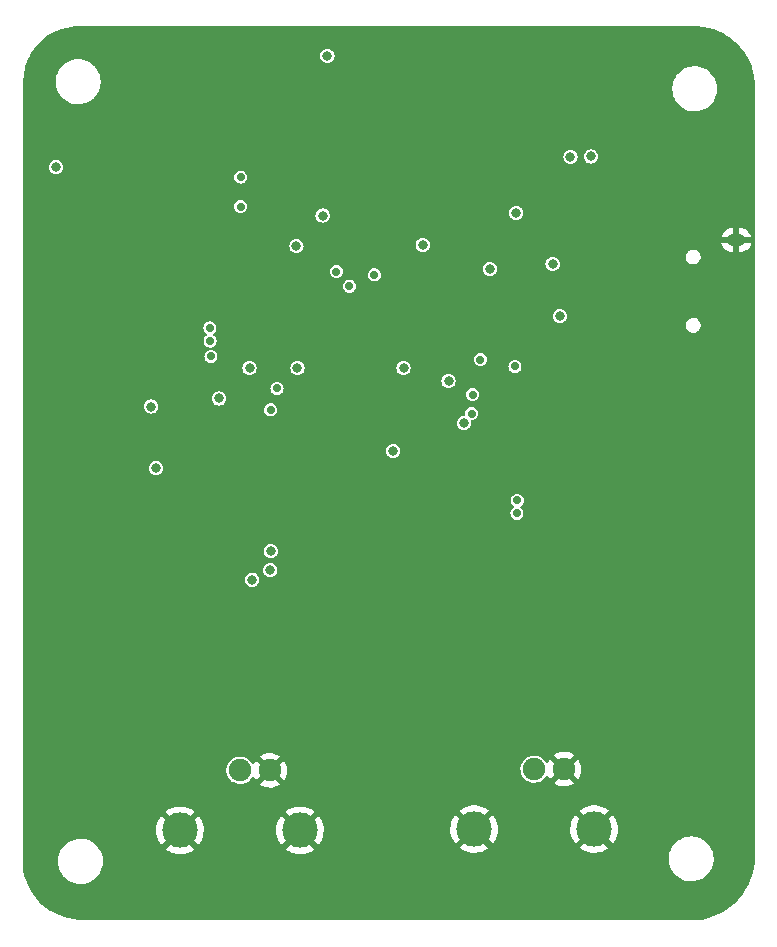
<source format=gbr>
%TF.GenerationSoftware,KiCad,Pcbnew,(6.0.9)*%
%TF.CreationDate,2022-11-20T17:42:03-05:00*%
%TF.ProjectId,Nemesis-MixSigPCB,4e656d65-7369-4732-9d4d-697853696750,rev?*%
%TF.SameCoordinates,Original*%
%TF.FileFunction,Copper,L2,Inr*%
%TF.FilePolarity,Positive*%
%FSLAX46Y46*%
G04 Gerber Fmt 4.6, Leading zero omitted, Abs format (unit mm)*
G04 Created by KiCad (PCBNEW (6.0.9)) date 2022-11-20 17:42:03*
%MOMM*%
%LPD*%
G01*
G04 APERTURE LIST*
%TA.AperFunction,ComponentPad*%
%ADD10C,1.900000*%
%TD*%
%TA.AperFunction,ComponentPad*%
%ADD11C,3.000000*%
%TD*%
%TA.AperFunction,ComponentPad*%
%ADD12O,1.600000X1.000000*%
%TD*%
%TA.AperFunction,ComponentPad*%
%ADD13O,2.100000X1.000000*%
%TD*%
%TA.AperFunction,ViaPad*%
%ADD14C,0.800000*%
%TD*%
%TA.AperFunction,ViaPad*%
%ADD15C,0.700000*%
%TD*%
G04 APERTURE END LIST*
D10*
%TO.N,/DAC/OUT*%
%TO.C,J400*%
X80800000Y-127000000D03*
D11*
%TO.N,GND*%
X75720000Y-132080000D03*
X85880000Y-132080000D03*
D10*
X83340000Y-127000000D03*
%TD*%
D12*
%TO.N,GND*%
%TO.C,J200*%
X97922157Y-82212157D03*
D13*
X93742157Y-90852157D03*
D12*
X97922157Y-90852157D03*
D13*
X93742157Y-82212157D03*
%TD*%
D10*
%TO.N,/ADC/IN*%
%TO.C,J300*%
X55900000Y-127100000D03*
D11*
%TO.N,GND*%
X50820000Y-132180000D03*
X60980000Y-132180000D03*
D10*
X58440000Y-127100000D03*
%TD*%
D14*
%TO.N,GND*%
X69544000Y-119222000D03*
X72084000Y-119222000D03*
X77164000Y-119222000D03*
X74624000Y-119222000D03*
X82244000Y-109570000D03*
X82244000Y-107030000D03*
X72592000Y-111094000D03*
X72592000Y-108554000D03*
X72592000Y-105760000D03*
X72592000Y-101696000D03*
X61670000Y-98394000D03*
X65734000Y-97378000D03*
X59638000Y-106268000D03*
X59638000Y-104236000D03*
X65734000Y-102204000D03*
X62686000Y-102204000D03*
X59638000Y-102204000D03*
X64464000Y-121508000D03*
X61924000Y-121508000D03*
X67004000Y-121508000D03*
X74624000Y-121508000D03*
X72084000Y-121508000D03*
X69544000Y-121508000D03*
X77164000Y-121508000D03*
X69544000Y-124556000D03*
X67004000Y-124556000D03*
X64464000Y-124556000D03*
X72084000Y-124556000D03*
X85038000Y-107030000D03*
X85038000Y-99664000D03*
X85038000Y-101950000D03*
X85038000Y-124302000D03*
X85038000Y-97124000D03*
X85038000Y-109570000D03*
X85038000Y-121762000D03*
X85038000Y-116936000D03*
X85038000Y-104490000D03*
X85038000Y-114396000D03*
X85038000Y-119476000D03*
X85038000Y-111856000D03*
X88086000Y-119476000D03*
X88086000Y-116936000D03*
X88086000Y-121762000D03*
X88086000Y-124302000D03*
X88086000Y-109570000D03*
X88086000Y-107030000D03*
X88086000Y-111856000D03*
X88086000Y-114396000D03*
X88086000Y-99664000D03*
X88086000Y-97124000D03*
X88086000Y-101950000D03*
X88086000Y-104490000D03*
X68274000Y-67914000D03*
X68274000Y-65374000D03*
X68274000Y-70200000D03*
X68274000Y-72740000D03*
X71068000Y-67914000D03*
X71068000Y-65374000D03*
X71068000Y-70200000D03*
X71068000Y-72740000D03*
X78434000Y-65374000D03*
X80974000Y-65374000D03*
X76148000Y-65374000D03*
X73608000Y-65374000D03*
X91642000Y-72486000D03*
X94182000Y-72486000D03*
X89356000Y-72486000D03*
X86816000Y-72486000D03*
X86816000Y-65374000D03*
X89102000Y-67660000D03*
X89102000Y-70200000D03*
X86816000Y-67660000D03*
X84276000Y-67660000D03*
X91642000Y-67660000D03*
X84276000Y-65374000D03*
X84276000Y-70200000D03*
X91642000Y-65374000D03*
X91642000Y-70200000D03*
X86816000Y-70200000D03*
X89102000Y-65374000D03*
X93674000Y-97124000D03*
X95960000Y-99410000D03*
X95960000Y-101950000D03*
X93674000Y-99410000D03*
X91134000Y-99410000D03*
X98500000Y-99410000D03*
X91134000Y-97124000D03*
X91134000Y-101950000D03*
X98500000Y-97124000D03*
X98500000Y-101950000D03*
X93674000Y-101950000D03*
X95960000Y-97124000D03*
X93674000Y-104490000D03*
X95960000Y-106776000D03*
X95960000Y-109316000D03*
X93674000Y-106776000D03*
X91134000Y-106776000D03*
X98500000Y-106776000D03*
X91134000Y-104490000D03*
X91134000Y-109316000D03*
X98500000Y-104490000D03*
X98500000Y-109316000D03*
X93674000Y-109316000D03*
X95960000Y-104490000D03*
X93674000Y-111856000D03*
X95960000Y-114142000D03*
X95960000Y-116682000D03*
X93674000Y-114142000D03*
X91134000Y-114142000D03*
X98500000Y-114142000D03*
X91134000Y-111856000D03*
X91134000Y-116682000D03*
X98500000Y-111856000D03*
X98500000Y-116682000D03*
X93674000Y-116682000D03*
X95960000Y-111856000D03*
X93674000Y-119476000D03*
X95960000Y-121762000D03*
X95960000Y-124302000D03*
X93674000Y-121762000D03*
X91134000Y-121762000D03*
X98500000Y-121762000D03*
X91134000Y-119476000D03*
X91134000Y-124302000D03*
X98500000Y-119476000D03*
X98500000Y-124302000D03*
X93674000Y-124302000D03*
X95960000Y-119476000D03*
X98500000Y-131668000D03*
X95960000Y-131668000D03*
X98500000Y-129128000D03*
X95960000Y-129128000D03*
X98500000Y-126842000D03*
X95960000Y-126842000D03*
X93674000Y-126842000D03*
X91134000Y-126842000D03*
X90372000Y-134208000D03*
X91134000Y-136240000D03*
X93674000Y-138526000D03*
X91134000Y-138526000D03*
X93674000Y-131668000D03*
X91134000Y-131668000D03*
X93674000Y-129128000D03*
X91134000Y-129128000D03*
X88340000Y-126842000D03*
X85800000Y-126842000D03*
X88340000Y-129128000D03*
X85800000Y-129128000D03*
X88340000Y-138526000D03*
X85800000Y-138526000D03*
X88340000Y-136240000D03*
X85800000Y-136240000D03*
X82498000Y-138526000D03*
X79958000Y-138526000D03*
X77164000Y-127096000D03*
X77164000Y-128874000D03*
X82498000Y-129128000D03*
X79958000Y-129128000D03*
X82498000Y-131668000D03*
X79958000Y-131668000D03*
X82498000Y-133446000D03*
X79958000Y-133446000D03*
X82498000Y-136240000D03*
X79958000Y-136240000D03*
X77164000Y-138526000D03*
X74624000Y-138526000D03*
X77164000Y-136240000D03*
X74624000Y-136240000D03*
X74116000Y-126842000D03*
X71576000Y-126842000D03*
X74116000Y-128874000D03*
X71576000Y-128874000D03*
X71576000Y-138526000D03*
X69036000Y-138526000D03*
X71576000Y-136240000D03*
X69036000Y-136240000D03*
X71576000Y-133954000D03*
X69036000Y-133954000D03*
X71576000Y-131668000D03*
X69036000Y-131668000D03*
X69036000Y-127096000D03*
X66496000Y-127096000D03*
X69036000Y-128874000D03*
X66496000Y-128874000D03*
X61924000Y-138526000D03*
X59384000Y-138526000D03*
X61924000Y-136240000D03*
X59384000Y-136240000D03*
X66496000Y-138526000D03*
X63956000Y-138526000D03*
X66496000Y-136240000D03*
X63956000Y-136240000D03*
X66496000Y-133954000D03*
X63956000Y-133954000D03*
X66496000Y-131668000D03*
X63956000Y-131668000D03*
X63956000Y-128874000D03*
X61416000Y-128874000D03*
X63956000Y-127096000D03*
X61416000Y-127096000D03*
X52780000Y-138526000D03*
X50240000Y-138526000D03*
X52780000Y-136240000D03*
X50240000Y-136240000D03*
X57606000Y-138526000D03*
X55066000Y-138526000D03*
X57606000Y-136240000D03*
X55066000Y-136240000D03*
X57606000Y-133954000D03*
X55066000Y-133954000D03*
X57606000Y-131668000D03*
X55066000Y-131668000D03*
X57606000Y-129636000D03*
X55066000Y-129636000D03*
X47954000Y-138526000D03*
X45414000Y-138526000D03*
X47954000Y-136240000D03*
X45414000Y-136240000D03*
X47954000Y-133954000D03*
X45414000Y-133954000D03*
X46938000Y-131668000D03*
X44398000Y-131668000D03*
X49478000Y-129636000D03*
X52018000Y-129636000D03*
X46938000Y-129636000D03*
X44398000Y-129636000D03*
X49478000Y-126842000D03*
X52018000Y-126842000D03*
X46938000Y-126842000D03*
X44398000Y-126842000D03*
X52018000Y-123794000D03*
X49478000Y-123794000D03*
X46938000Y-123794000D03*
X44398000Y-123794000D03*
X52018000Y-121508000D03*
X49478000Y-121508000D03*
X52018000Y-118968000D03*
X49478000Y-118968000D03*
X46938000Y-121508000D03*
X44398000Y-121508000D03*
X46938000Y-118968000D03*
X44398000Y-118968000D03*
X46938000Y-116428000D03*
X44398000Y-116428000D03*
X44652000Y-110840000D03*
X44906000Y-105760000D03*
X45922000Y-103474000D03*
X47954000Y-98140000D03*
X44144000Y-77312000D03*
X49224000Y-77820000D03*
X50748000Y-94838000D03*
X48208000Y-92806000D03*
X41350000Y-131668000D03*
X38810000Y-131668000D03*
X41350000Y-129382000D03*
X38810000Y-129382000D03*
X41350000Y-126842000D03*
X38810000Y-126842000D03*
X41350000Y-124048000D03*
X38810000Y-124048000D03*
X41308895Y-121480731D03*
X38768895Y-121480731D03*
X41350000Y-118968000D03*
X38810000Y-118968000D03*
X41350000Y-116428000D03*
X38810000Y-116428000D03*
X41350000Y-113380000D03*
X38810000Y-113380000D03*
X41350000Y-110840000D03*
X38810000Y-110840000D03*
X41350000Y-108300000D03*
X38810000Y-108300000D03*
X41350000Y-105760000D03*
X38810000Y-105760000D03*
X41350000Y-103220000D03*
X38810000Y-103220000D03*
X38810000Y-100680000D03*
X41350000Y-100680000D03*
X43636000Y-100680000D03*
X38810000Y-96362000D03*
X38810000Y-98648000D03*
X41350000Y-98648000D03*
X43636000Y-98648000D03*
X41350000Y-96362000D03*
X46176000Y-93822000D03*
X46176000Y-91536000D03*
X39318000Y-93822000D03*
X44144000Y-93822000D03*
X41858000Y-93822000D03*
X39318000Y-91536000D03*
X44144000Y-91536000D03*
X41858000Y-91536000D03*
X39318000Y-89250000D03*
X44144000Y-89250000D03*
X41858000Y-89250000D03*
X39318000Y-86964000D03*
X44144000Y-86964000D03*
X41858000Y-86964000D03*
X44144000Y-84678000D03*
X41858000Y-84678000D03*
X39318000Y-84678000D03*
X41604000Y-74264000D03*
X43636000Y-74264000D03*
X47192000Y-74264000D03*
X45414000Y-74264000D03*
X41604000Y-72740000D03*
X43636000Y-72740000D03*
X45414000Y-72740000D03*
X47192000Y-72740000D03*
X47192000Y-70200000D03*
X45414000Y-70200000D03*
X45414000Y-68422000D03*
X47192000Y-68422000D03*
X47192000Y-66898000D03*
X45414000Y-66898000D03*
X73550000Y-98510000D03*
D15*
X65640000Y-115190000D03*
D14*
X63680000Y-105400000D03*
D15*
X87200000Y-92630000D03*
X89852157Y-86042157D03*
X65720000Y-80200000D03*
D14*
X61660000Y-80180000D03*
D15*
X59067500Y-82540000D03*
X91782157Y-82382157D03*
D14*
X46490000Y-108280000D03*
D15*
X89270000Y-83600000D03*
X59160000Y-72230000D03*
D14*
X48410000Y-95090000D03*
D15*
X91742157Y-90702157D03*
X57100000Y-76880000D03*
X78760000Y-108930000D03*
X76320000Y-91070000D03*
X79220000Y-91530000D03*
X80310000Y-104740000D03*
X56640000Y-68490000D03*
X69800000Y-115240000D03*
D14*
X51710000Y-72910000D03*
D15*
X56080000Y-105900000D03*
D14*
X48750000Y-100410000D03*
D15*
X91462157Y-83262157D03*
X57070000Y-121150000D03*
X51040000Y-111890000D03*
X85280000Y-92640000D03*
D14*
X46550000Y-109250000D03*
D15*
X52160000Y-103290000D03*
D14*
X63680000Y-107430000D03*
X69940000Y-94260000D03*
X93990000Y-80440000D03*
X89300000Y-78840000D03*
D15*
X52150000Y-104150000D03*
D14*
X79940000Y-80720000D03*
D15*
X52210000Y-99170000D03*
D14*
X95310000Y-78020000D03*
D15*
X57570000Y-111950000D03*
X91312157Y-89772157D03*
D14*
X39550000Y-75260000D03*
D15*
X53680000Y-116470000D03*
X74790000Y-100440000D03*
X56240000Y-74000000D03*
X74760000Y-104810000D03*
D14*
X67740000Y-89610000D03*
X74690000Y-93850000D03*
D15*
X62640000Y-75730000D03*
X55170000Y-107280000D03*
X58997500Y-87060000D03*
X74540000Y-96110000D03*
D14*
X59550000Y-110200000D03*
D15*
X52017500Y-82120000D03*
X80230000Y-111730000D03*
D14*
X76420000Y-76130000D03*
D15*
X81650000Y-121310000D03*
X57197500Y-87070000D03*
D14*
X80560000Y-78150000D03*
X68860000Y-99010000D03*
D15*
X76250000Y-116480000D03*
X57870000Y-65000000D03*
X60900000Y-111650000D03*
X64980000Y-117830000D03*
X57990000Y-116690000D03*
D14*
X57390000Y-108490000D03*
D15*
X68267500Y-84790000D03*
D14*
X43130000Y-96270000D03*
X74180000Y-78480000D03*
D15*
X59650000Y-73990000D03*
D14*
X65040000Y-105410000D03*
D15*
X80200000Y-116450000D03*
X58470000Y-97620000D03*
D14*
X84750000Y-74150000D03*
X83140000Y-89790000D03*
X81760000Y-78180000D03*
X65030000Y-106500000D03*
X59880000Y-81430000D03*
X83420000Y-83760000D03*
D15*
X51700000Y-67740000D03*
X42160000Y-77360000D03*
D14*
X52970000Y-95750000D03*
D15*
X61390000Y-67770000D03*
X66060000Y-86750000D03*
D14*
X56700000Y-94270000D03*
X65060000Y-107440000D03*
X94490000Y-92600000D03*
X73240000Y-77730000D03*
D15*
X77490000Y-107970000D03*
X54860000Y-79390000D03*
X50610000Y-103870000D03*
D14*
X63680000Y-106510000D03*
D15*
X49655000Y-112455000D03*
D14*
X77630000Y-76110000D03*
D15*
X81570000Y-114410000D03*
X63197500Y-84200000D03*
X58090000Y-94730000D03*
D14*
X63340000Y-65320000D03*
D15*
X54837500Y-85200000D03*
X59880000Y-116850000D03*
D14*
%TO.N,+5V*%
X68870000Y-100070000D03*
X82970000Y-88660000D03*
X82370000Y-84230000D03*
X48390000Y-96300000D03*
%TO.N,+3.3VA*%
X48790000Y-101520000D03*
X56940000Y-110960000D03*
X58470000Y-110156185D03*
X58500000Y-108550000D03*
%TO.N,+3V3*%
X60770000Y-93050000D03*
X54130000Y-95620000D03*
X74850000Y-97720000D03*
X60680000Y-82730000D03*
X63300000Y-66600000D03*
X40330000Y-76030000D03*
X62900000Y-80130000D03*
X73560000Y-94160000D03*
X79290000Y-79920000D03*
X69750000Y-93050000D03*
X77050000Y-84650000D03*
X71370000Y-82630000D03*
X56710000Y-93050000D03*
X83880000Y-75150000D03*
X85610000Y-75130000D03*
D15*
%TO.N,SPI2_NSS*%
X79180000Y-92910000D03*
X76260000Y-92340000D03*
%TO.N,SPI1_NSS*%
X59040000Y-94760000D03*
X58510000Y-96580000D03*
%TO.N,/MCU/TIM4_CH3*%
X64060000Y-84870000D03*
X53350000Y-89650000D03*
%TO.N,/MCU/TIM4_CH1*%
X67270000Y-85150000D03*
X53440000Y-92050000D03*
%TO.N,/MCU/TIM4_CH2*%
X53370000Y-90750000D03*
X65170000Y-86110000D03*
%TO.N,/MCU/SWO*%
X55950000Y-79380000D03*
X55970000Y-76880000D03*
%TO.N,DAC_NCLR*%
X79350000Y-105330000D03*
X75520000Y-96910000D03*
%TO.N,DAC_NLDAC*%
X75610000Y-95290000D03*
X79370000Y-104250000D03*
%TD*%
%TA.AperFunction,Conductor*%
%TO.N,GND*%
G36*
X94289297Y-64102297D02*
G01*
X94294731Y-64103225D01*
X94294733Y-64103225D01*
X94306965Y-64105313D01*
X94319064Y-64102561D01*
X94329621Y-64102273D01*
X94342293Y-64100948D01*
X94662472Y-64105834D01*
X94731314Y-64106884D01*
X94742006Y-64107502D01*
X94950554Y-64128493D01*
X95159097Y-64149483D01*
X95169701Y-64151009D01*
X95581681Y-64228266D01*
X95592115Y-64230685D01*
X95981882Y-64338738D01*
X95996073Y-64342672D01*
X96006267Y-64345971D01*
X96399239Y-64491869D01*
X96409115Y-64496022D01*
X96788261Y-64674772D01*
X96797750Y-64679749D01*
X97160348Y-64890070D01*
X97169378Y-64895835D01*
X97512796Y-65136199D01*
X97521305Y-65142710D01*
X97843060Y-65411380D01*
X97850985Y-65418591D01*
X98148766Y-65713639D01*
X98156029Y-65721475D01*
X98264444Y-65848905D01*
X98427656Y-66040743D01*
X98434246Y-66049191D01*
X98677770Y-66390386D01*
X98683618Y-66399364D01*
X98897267Y-66760000D01*
X98902331Y-66769441D01*
X99084573Y-67146931D01*
X99088817Y-67156769D01*
X99089968Y-67159784D01*
X99223233Y-67508834D01*
X99238333Y-67548385D01*
X99241722Y-67558538D01*
X99355501Y-67954738D01*
X99357425Y-67961436D01*
X99359941Y-67971848D01*
X99429463Y-68324597D01*
X99440997Y-68383117D01*
X99442620Y-68393707D01*
X99488443Y-68810379D01*
X99489160Y-68821070D01*
X99498680Y-69209989D01*
X99497462Y-69222773D01*
X99497273Y-69233270D01*
X99494634Y-69245389D01*
X99496834Y-69257597D01*
X99497499Y-69261288D01*
X99499496Y-69283644D01*
X99497529Y-89245044D01*
X99493080Y-134400443D01*
X99490659Y-134425011D01*
X99490589Y-134425363D01*
X99490589Y-134425367D01*
X99488168Y-134437538D01*
X99490589Y-134449708D01*
X99490589Y-134459990D01*
X99491596Y-134472993D01*
X99487909Y-134561336D01*
X99476334Y-134838664D01*
X99474644Y-134879145D01*
X99473770Y-134889611D01*
X99469666Y-134922232D01*
X99419254Y-135322960D01*
X99417508Y-135333323D01*
X99327076Y-135760596D01*
X99324473Y-135770777D01*
X99198752Y-136189022D01*
X99195310Y-136198951D01*
X99035165Y-136605286D01*
X99030910Y-136614888D01*
X98990758Y-136696162D01*
X98837470Y-137006446D01*
X98832429Y-137015662D01*
X98607017Y-137389764D01*
X98601235Y-137398512D01*
X98383279Y-137700152D01*
X98345437Y-137752523D01*
X98338932Y-137760777D01*
X98054532Y-138092229D01*
X98047362Y-138099912D01*
X97736335Y-138406508D01*
X97728550Y-138413567D01*
X97393050Y-138693183D01*
X97384703Y-138699569D01*
X97027075Y-138950250D01*
X97018226Y-138955918D01*
X96640946Y-139175929D01*
X96631654Y-139180840D01*
X96237337Y-139368654D01*
X96227691Y-139372763D01*
X95971895Y-139469361D01*
X95819099Y-139527062D01*
X95809121Y-139530361D01*
X95389118Y-139650068D01*
X95378900Y-139652525D01*
X94950358Y-139736820D01*
X94939971Y-139738416D01*
X94505913Y-139786705D01*
X94495446Y-139787429D01*
X94089055Y-139798554D01*
X94076093Y-139797362D01*
X94065801Y-139797214D01*
X94053665Y-139794618D01*
X94038622Y-139797387D01*
X94015700Y-139799467D01*
X42296410Y-139749544D01*
X42286866Y-139748364D01*
X42286859Y-139748509D01*
X42274468Y-139747905D01*
X42262427Y-139744895D01*
X42250151Y-139746721D01*
X42239738Y-139746214D01*
X42226862Y-139746580D01*
X41845674Y-139711867D01*
X41835161Y-139710462D01*
X41428545Y-139638533D01*
X41418179Y-139636245D01*
X41019059Y-139530344D01*
X41008951Y-139527201D01*
X40620147Y-139388076D01*
X40610312Y-139384081D01*
X40234623Y-139212734D01*
X40225159Y-139207926D01*
X39865222Y-139005560D01*
X39856214Y-138999985D01*
X39514574Y-138768031D01*
X39506052Y-138761705D01*
X39185162Y-138501828D01*
X39177201Y-138494805D01*
X38879330Y-138208845D01*
X38871989Y-138201178D01*
X38776140Y-138092229D01*
X38599238Y-137891151D01*
X38592569Y-137882893D01*
X38346889Y-137551019D01*
X38340937Y-137542228D01*
X38124050Y-137190828D01*
X38118880Y-137181602D01*
X37932340Y-136813192D01*
X37927953Y-136803539D01*
X37773090Y-136420744D01*
X37769527Y-136410745D01*
X37715943Y-136237618D01*
X37647433Y-136016266D01*
X37644728Y-136006014D01*
X37617729Y-135882895D01*
X37556279Y-135602684D01*
X37554444Y-135592229D01*
X37504181Y-135212522D01*
X37504029Y-135200294D01*
X37503062Y-135189519D01*
X37504386Y-135177178D01*
X37500976Y-135165574D01*
X37500533Y-135155588D01*
X37500562Y-135117792D01*
X37500768Y-134843233D01*
X40494906Y-134843233D01*
X40521102Y-135117792D01*
X40522187Y-135122226D01*
X40522188Y-135122232D01*
X40547697Y-135226477D01*
X40586657Y-135385694D01*
X40690199Y-135641326D01*
X40692500Y-135645256D01*
X40692503Y-135645262D01*
X40827255Y-135875403D01*
X40827260Y-135875410D01*
X40829558Y-135879335D01*
X40832405Y-135882895D01*
X40950028Y-136029974D01*
X41001816Y-136094732D01*
X41005157Y-136097853D01*
X41159728Y-136242245D01*
X41203364Y-136283008D01*
X41429979Y-136440216D01*
X41434055Y-136442244D01*
X41434057Y-136442245D01*
X41672827Y-136561032D01*
X41672830Y-136561033D01*
X41676914Y-136563065D01*
X41938998Y-136648980D01*
X41943489Y-136649760D01*
X41943490Y-136649760D01*
X42206957Y-136695506D01*
X42206965Y-136695507D01*
X42210738Y-136696162D01*
X42214575Y-136696353D01*
X42296305Y-136700422D01*
X42296313Y-136700422D01*
X42297876Y-136700500D01*
X42470070Y-136700500D01*
X42472338Y-136700335D01*
X42472350Y-136700335D01*
X42606603Y-136690594D01*
X42675083Y-136685625D01*
X42679538Y-136684641D01*
X42679541Y-136684641D01*
X42939947Y-136627148D01*
X42939950Y-136627147D01*
X42944403Y-136626164D01*
X43202319Y-136528449D01*
X43281189Y-136484641D01*
X43439435Y-136396743D01*
X43439436Y-136396742D01*
X43443428Y-136394525D01*
X43642962Y-136242245D01*
X43659046Y-136229970D01*
X43659047Y-136229969D01*
X43662678Y-136227198D01*
X43665873Y-136223930D01*
X43852283Y-136033242D01*
X43852287Y-136033237D01*
X43855477Y-136029974D01*
X43858166Y-136026280D01*
X44015100Y-135810676D01*
X44015102Y-135810673D01*
X44017787Y-135806984D01*
X44146206Y-135562899D01*
X44238045Y-135302832D01*
X44274516Y-135117792D01*
X44290499Y-135036704D01*
X44290500Y-135036698D01*
X44291380Y-135032232D01*
X44291607Y-135027676D01*
X44304867Y-134761336D01*
X44304867Y-134761330D01*
X44305094Y-134756767D01*
X44294262Y-134643233D01*
X92194906Y-134643233D01*
X92221102Y-134917792D01*
X92222187Y-134922226D01*
X92222188Y-134922232D01*
X92282068Y-135166942D01*
X92286657Y-135185694D01*
X92390199Y-135441326D01*
X92392500Y-135445256D01*
X92392503Y-135445262D01*
X92527255Y-135675403D01*
X92527260Y-135675410D01*
X92529558Y-135679335D01*
X92532405Y-135682895D01*
X92692350Y-135882895D01*
X92701816Y-135894732D01*
X92705157Y-135897853D01*
X92846592Y-136029974D01*
X92903364Y-136083008D01*
X93129979Y-136240216D01*
X93134055Y-136242244D01*
X93134057Y-136242245D01*
X93372827Y-136361032D01*
X93372830Y-136361033D01*
X93376914Y-136363065D01*
X93638998Y-136448980D01*
X93643489Y-136449760D01*
X93643490Y-136449760D01*
X93906957Y-136495506D01*
X93906965Y-136495507D01*
X93910738Y-136496162D01*
X93914575Y-136496353D01*
X93996305Y-136500422D01*
X93996313Y-136500422D01*
X93997876Y-136500500D01*
X94170070Y-136500500D01*
X94172338Y-136500335D01*
X94172350Y-136500335D01*
X94306603Y-136490594D01*
X94375083Y-136485625D01*
X94379538Y-136484641D01*
X94379541Y-136484641D01*
X94639947Y-136427148D01*
X94639950Y-136427147D01*
X94644403Y-136426164D01*
X94902319Y-136328449D01*
X94979448Y-136285608D01*
X95139435Y-136196743D01*
X95139436Y-136196742D01*
X95143428Y-136194525D01*
X95293633Y-136079892D01*
X95359046Y-136029970D01*
X95359047Y-136029969D01*
X95362678Y-136027198D01*
X95373352Y-136016279D01*
X95552283Y-135833242D01*
X95552287Y-135833237D01*
X95555477Y-135829974D01*
X95558166Y-135826280D01*
X95715100Y-135610676D01*
X95715102Y-135610673D01*
X95717787Y-135606984D01*
X95846206Y-135362899D01*
X95938045Y-135102832D01*
X95974516Y-134917792D01*
X95990499Y-134836704D01*
X95990500Y-134836698D01*
X95991380Y-134832232D01*
X95995364Y-134752211D01*
X96004867Y-134561336D01*
X96004867Y-134561330D01*
X96005094Y-134556767D01*
X95978898Y-134282208D01*
X95961248Y-134210075D01*
X95914429Y-134018744D01*
X95913343Y-134014306D01*
X95809801Y-133758674D01*
X95807500Y-133754744D01*
X95807497Y-133754738D01*
X95672745Y-133524597D01*
X95672740Y-133524590D01*
X95670442Y-133520665D01*
X95576492Y-133403187D01*
X95501036Y-133308834D01*
X95501035Y-133308833D01*
X95498184Y-133305268D01*
X95394144Y-133208079D01*
X95299972Y-133120108D01*
X95299969Y-133120106D01*
X95296636Y-133116992D01*
X95070021Y-132959784D01*
X94978746Y-132914375D01*
X94827173Y-132838968D01*
X94827170Y-132838967D01*
X94823086Y-132836935D01*
X94561002Y-132751020D01*
X94556510Y-132750240D01*
X94293043Y-132704494D01*
X94293035Y-132704493D01*
X94289262Y-132703838D01*
X94279029Y-132703329D01*
X94203695Y-132699578D01*
X94203687Y-132699578D01*
X94202124Y-132699500D01*
X94029930Y-132699500D01*
X94027662Y-132699665D01*
X94027650Y-132699665D01*
X93893397Y-132709406D01*
X93824917Y-132714375D01*
X93820462Y-132715359D01*
X93820459Y-132715359D01*
X93560053Y-132772852D01*
X93560050Y-132772853D01*
X93555597Y-132773836D01*
X93297681Y-132871551D01*
X93293694Y-132873765D01*
X93293693Y-132873766D01*
X93113533Y-132973836D01*
X93056572Y-133005475D01*
X93052940Y-133008247D01*
X92854380Y-133159784D01*
X92837322Y-133172802D01*
X92834129Y-133176068D01*
X92834127Y-133176070D01*
X92647717Y-133366758D01*
X92647713Y-133366763D01*
X92644523Y-133370026D01*
X92641836Y-133373718D01*
X92641834Y-133373720D01*
X92501326Y-133566758D01*
X92482213Y-133593016D01*
X92353794Y-133837101D01*
X92261955Y-134097168D01*
X92261075Y-134101634D01*
X92224587Y-134286760D01*
X92208620Y-134367768D01*
X92208393Y-134372322D01*
X92208393Y-134372324D01*
X92198886Y-134563296D01*
X92194906Y-134643233D01*
X44294262Y-134643233D01*
X44278898Y-134482208D01*
X44276644Y-134472993D01*
X44214429Y-134218744D01*
X44213343Y-134214306D01*
X44109801Y-133958674D01*
X44107500Y-133954744D01*
X44107497Y-133954738D01*
X43999127Y-133769654D01*
X49595618Y-133769654D01*
X49602673Y-133779627D01*
X49633679Y-133805551D01*
X49640598Y-133810579D01*
X49865272Y-133951515D01*
X49872807Y-133955556D01*
X50114520Y-134064694D01*
X50122551Y-134067680D01*
X50376832Y-134143002D01*
X50385184Y-134144869D01*
X50647340Y-134184984D01*
X50655874Y-134185700D01*
X50921045Y-134189867D01*
X50929596Y-134189418D01*
X51192883Y-134157557D01*
X51201284Y-134155955D01*
X51457824Y-134088653D01*
X51465926Y-134085926D01*
X51710949Y-133984434D01*
X51718617Y-133980628D01*
X51947598Y-133846822D01*
X51954679Y-133842009D01*
X52034655Y-133779301D01*
X52041545Y-133769654D01*
X59755618Y-133769654D01*
X59762673Y-133779627D01*
X59793679Y-133805551D01*
X59800598Y-133810579D01*
X60025272Y-133951515D01*
X60032807Y-133955556D01*
X60274520Y-134064694D01*
X60282551Y-134067680D01*
X60536832Y-134143002D01*
X60545184Y-134144869D01*
X60807340Y-134184984D01*
X60815874Y-134185700D01*
X61081045Y-134189867D01*
X61089596Y-134189418D01*
X61352883Y-134157557D01*
X61361284Y-134155955D01*
X61617824Y-134088653D01*
X61625926Y-134085926D01*
X61870949Y-133984434D01*
X61878617Y-133980628D01*
X62107598Y-133846822D01*
X62114679Y-133842009D01*
X62194655Y-133779301D01*
X62203125Y-133767442D01*
X62196608Y-133755818D01*
X62110444Y-133669654D01*
X74495618Y-133669654D01*
X74502673Y-133679627D01*
X74533679Y-133705551D01*
X74540598Y-133710579D01*
X74765272Y-133851515D01*
X74772807Y-133855556D01*
X75014520Y-133964694D01*
X75022551Y-133967680D01*
X75276832Y-134043002D01*
X75285184Y-134044869D01*
X75547340Y-134084984D01*
X75555874Y-134085700D01*
X75821045Y-134089867D01*
X75829596Y-134089418D01*
X76092883Y-134057557D01*
X76101284Y-134055955D01*
X76357824Y-133988653D01*
X76365926Y-133985926D01*
X76610949Y-133884434D01*
X76618617Y-133880628D01*
X76847598Y-133746822D01*
X76854679Y-133742009D01*
X76934655Y-133679301D01*
X76941545Y-133669654D01*
X84655618Y-133669654D01*
X84662673Y-133679627D01*
X84693679Y-133705551D01*
X84700598Y-133710579D01*
X84925272Y-133851515D01*
X84932807Y-133855556D01*
X85174520Y-133964694D01*
X85182551Y-133967680D01*
X85436832Y-134043002D01*
X85445184Y-134044869D01*
X85707340Y-134084984D01*
X85715874Y-134085700D01*
X85981045Y-134089867D01*
X85989596Y-134089418D01*
X86252883Y-134057557D01*
X86261284Y-134055955D01*
X86517824Y-133988653D01*
X86525926Y-133985926D01*
X86770949Y-133884434D01*
X86778617Y-133880628D01*
X87007598Y-133746822D01*
X87014679Y-133742009D01*
X87094655Y-133679301D01*
X87103125Y-133667442D01*
X87096608Y-133655818D01*
X85892812Y-132452022D01*
X85878868Y-132444408D01*
X85877035Y-132444539D01*
X85870420Y-132448790D01*
X84662910Y-133656300D01*
X84655618Y-133669654D01*
X76941545Y-133669654D01*
X76943125Y-133667442D01*
X76936608Y-133655818D01*
X75732812Y-132452022D01*
X75718868Y-132444408D01*
X75717035Y-132444539D01*
X75710420Y-132448790D01*
X74502910Y-133656300D01*
X74495618Y-133669654D01*
X62110444Y-133669654D01*
X60992812Y-132552022D01*
X60978868Y-132544408D01*
X60977035Y-132544539D01*
X60970420Y-132548790D01*
X59762910Y-133756300D01*
X59755618Y-133769654D01*
X52041545Y-133769654D01*
X52043125Y-133767442D01*
X52036608Y-133755818D01*
X50832812Y-132552022D01*
X50818868Y-132544408D01*
X50817035Y-132544539D01*
X50810420Y-132548790D01*
X49602910Y-133756300D01*
X49595618Y-133769654D01*
X43999127Y-133769654D01*
X43972745Y-133724597D01*
X43972740Y-133724590D01*
X43970442Y-133720665D01*
X43918582Y-133655818D01*
X43801036Y-133508834D01*
X43801035Y-133508833D01*
X43798184Y-133505268D01*
X43656380Y-133372802D01*
X43599972Y-133320108D01*
X43599969Y-133320106D01*
X43596636Y-133316992D01*
X43370021Y-133159784D01*
X43359772Y-133154685D01*
X43127173Y-133038968D01*
X43127170Y-133038967D01*
X43123086Y-133036935D01*
X42861002Y-132951020D01*
X42856510Y-132950240D01*
X42593043Y-132904494D01*
X42593035Y-132904493D01*
X42589262Y-132903838D01*
X42579029Y-132903329D01*
X42503695Y-132899578D01*
X42503687Y-132899578D01*
X42502124Y-132899500D01*
X42329930Y-132899500D01*
X42327662Y-132899665D01*
X42327650Y-132899665D01*
X42193397Y-132909406D01*
X42124917Y-132914375D01*
X42120462Y-132915359D01*
X42120459Y-132915359D01*
X41860053Y-132972852D01*
X41860050Y-132972853D01*
X41855597Y-132973836D01*
X41597681Y-133071551D01*
X41593694Y-133073765D01*
X41593693Y-133073766D01*
X41409511Y-133176070D01*
X41356572Y-133205475D01*
X41352940Y-133208247D01*
X41145242Y-133366758D01*
X41137322Y-133372802D01*
X41134129Y-133376068D01*
X41134127Y-133376070D01*
X40947717Y-133566758D01*
X40947713Y-133566763D01*
X40944523Y-133570026D01*
X40941836Y-133573718D01*
X40941834Y-133573720D01*
X40791959Y-133779627D01*
X40782213Y-133793016D01*
X40653794Y-134037101D01*
X40561955Y-134297168D01*
X40561075Y-134301634D01*
X40509888Y-134561336D01*
X40508620Y-134567768D01*
X40508393Y-134572322D01*
X40508393Y-134572324D01*
X40495454Y-134832232D01*
X40494906Y-134843233D01*
X37500768Y-134843233D01*
X37502783Y-132163204D01*
X48807665Y-132163204D01*
X48822932Y-132427969D01*
X48824005Y-132436470D01*
X48875065Y-132696722D01*
X48877276Y-132704974D01*
X48963184Y-132955894D01*
X48966499Y-132963779D01*
X49085664Y-133200713D01*
X49090020Y-133208079D01*
X49219347Y-133396250D01*
X49229601Y-133404594D01*
X49243342Y-133397448D01*
X50447978Y-132192812D01*
X50454356Y-132181132D01*
X51184408Y-132181132D01*
X51184539Y-132182965D01*
X51188790Y-132189580D01*
X52395730Y-133396520D01*
X52407939Y-133403187D01*
X52419439Y-133394497D01*
X52516831Y-133261913D01*
X52521418Y-133254685D01*
X52647962Y-133021621D01*
X52651530Y-133013827D01*
X52745271Y-132765750D01*
X52747748Y-132757544D01*
X52806954Y-132499038D01*
X52808294Y-132490577D01*
X52832031Y-132224616D01*
X52832277Y-132219677D01*
X52832666Y-132182485D01*
X52832523Y-132177519D01*
X52831547Y-132163204D01*
X58967665Y-132163204D01*
X58982932Y-132427969D01*
X58984005Y-132436470D01*
X59035065Y-132696722D01*
X59037276Y-132704974D01*
X59123184Y-132955894D01*
X59126499Y-132963779D01*
X59245664Y-133200713D01*
X59250020Y-133208079D01*
X59379347Y-133396250D01*
X59389601Y-133404594D01*
X59403342Y-133397448D01*
X60607978Y-132192812D01*
X60614356Y-132181132D01*
X61344408Y-132181132D01*
X61344539Y-132182965D01*
X61348790Y-132189580D01*
X62555730Y-133396520D01*
X62567939Y-133403187D01*
X62579439Y-133394497D01*
X62676831Y-133261913D01*
X62681418Y-133254685D01*
X62807962Y-133021621D01*
X62811530Y-133013827D01*
X62905271Y-132765750D01*
X62907748Y-132757544D01*
X62966954Y-132499038D01*
X62968294Y-132490577D01*
X62992031Y-132224616D01*
X62992277Y-132219677D01*
X62992666Y-132182485D01*
X62992523Y-132177519D01*
X62984730Y-132063204D01*
X73707665Y-132063204D01*
X73722932Y-132327969D01*
X73724005Y-132336470D01*
X73775065Y-132596722D01*
X73777276Y-132604974D01*
X73863184Y-132855894D01*
X73866499Y-132863779D01*
X73985664Y-133100713D01*
X73990020Y-133108079D01*
X74119347Y-133296250D01*
X74129601Y-133304594D01*
X74143342Y-133297448D01*
X75347978Y-132092812D01*
X75354356Y-132081132D01*
X76084408Y-132081132D01*
X76084539Y-132082965D01*
X76088790Y-132089580D01*
X77295730Y-133296520D01*
X77307939Y-133303187D01*
X77319439Y-133294497D01*
X77416831Y-133161913D01*
X77421418Y-133154685D01*
X77547962Y-132921621D01*
X77551530Y-132913827D01*
X77645271Y-132665750D01*
X77647748Y-132657544D01*
X77706954Y-132399038D01*
X77708294Y-132390577D01*
X77732031Y-132124616D01*
X77732277Y-132119677D01*
X77732666Y-132082485D01*
X77732523Y-132077519D01*
X77731547Y-132063204D01*
X83867665Y-132063204D01*
X83882932Y-132327969D01*
X83884005Y-132336470D01*
X83935065Y-132596722D01*
X83937276Y-132604974D01*
X84023184Y-132855894D01*
X84026499Y-132863779D01*
X84145664Y-133100713D01*
X84150020Y-133108079D01*
X84279347Y-133296250D01*
X84289601Y-133304594D01*
X84303342Y-133297448D01*
X85507978Y-132092812D01*
X85514356Y-132081132D01*
X86244408Y-132081132D01*
X86244539Y-132082965D01*
X86248790Y-132089580D01*
X87455730Y-133296520D01*
X87467939Y-133303187D01*
X87479439Y-133294497D01*
X87576831Y-133161913D01*
X87581418Y-133154685D01*
X87707962Y-132921621D01*
X87711530Y-132913827D01*
X87805271Y-132665750D01*
X87807748Y-132657544D01*
X87866954Y-132399038D01*
X87868294Y-132390577D01*
X87892031Y-132124616D01*
X87892277Y-132119677D01*
X87892666Y-132082485D01*
X87892523Y-132077519D01*
X87874362Y-131811123D01*
X87873201Y-131802649D01*
X87819419Y-131542944D01*
X87817120Y-131534709D01*
X87728588Y-131284705D01*
X87725191Y-131276854D01*
X87603550Y-131041178D01*
X87599122Y-131033866D01*
X87480031Y-130864417D01*
X87469509Y-130856037D01*
X87456121Y-130863089D01*
X86252022Y-132067188D01*
X86244408Y-132081132D01*
X85514356Y-132081132D01*
X85515592Y-132078868D01*
X85515461Y-132077035D01*
X85511210Y-132070420D01*
X84303814Y-130863024D01*
X84291804Y-130856466D01*
X84280064Y-130865434D01*
X84171935Y-131015911D01*
X84167418Y-131023196D01*
X84043325Y-131257567D01*
X84039839Y-131265395D01*
X83948700Y-131514446D01*
X83946311Y-131522670D01*
X83889812Y-131781795D01*
X83888563Y-131790250D01*
X83867754Y-132054653D01*
X83867665Y-132063204D01*
X77731547Y-132063204D01*
X77714362Y-131811123D01*
X77713201Y-131802649D01*
X77659419Y-131542944D01*
X77657120Y-131534709D01*
X77568588Y-131284705D01*
X77565191Y-131276854D01*
X77443550Y-131041178D01*
X77439122Y-131033866D01*
X77320031Y-130864417D01*
X77309509Y-130856037D01*
X77296121Y-130863089D01*
X76092022Y-132067188D01*
X76084408Y-132081132D01*
X75354356Y-132081132D01*
X75355592Y-132078868D01*
X75355461Y-132077035D01*
X75351210Y-132070420D01*
X74143814Y-130863024D01*
X74131804Y-130856466D01*
X74120064Y-130865434D01*
X74011935Y-131015911D01*
X74007418Y-131023196D01*
X73883325Y-131257567D01*
X73879839Y-131265395D01*
X73788700Y-131514446D01*
X73786311Y-131522670D01*
X73729812Y-131781795D01*
X73728563Y-131790250D01*
X73707754Y-132054653D01*
X73707665Y-132063204D01*
X62984730Y-132063204D01*
X62974362Y-131911123D01*
X62973201Y-131902649D01*
X62919419Y-131642944D01*
X62917120Y-131634709D01*
X62828588Y-131384705D01*
X62825191Y-131376854D01*
X62703550Y-131141178D01*
X62699122Y-131133866D01*
X62580031Y-130964417D01*
X62569509Y-130956037D01*
X62556121Y-130963089D01*
X61352022Y-132167188D01*
X61344408Y-132181132D01*
X60614356Y-132181132D01*
X60615592Y-132178868D01*
X60615461Y-132177035D01*
X60611210Y-132170420D01*
X59403814Y-130963024D01*
X59391804Y-130956466D01*
X59380064Y-130965434D01*
X59271935Y-131115911D01*
X59267418Y-131123196D01*
X59143325Y-131357567D01*
X59139839Y-131365395D01*
X59048700Y-131614446D01*
X59046311Y-131622670D01*
X58989812Y-131881795D01*
X58988563Y-131890250D01*
X58967754Y-132154653D01*
X58967665Y-132163204D01*
X52831547Y-132163204D01*
X52814362Y-131911123D01*
X52813201Y-131902649D01*
X52759419Y-131642944D01*
X52757120Y-131634709D01*
X52668588Y-131384705D01*
X52665191Y-131376854D01*
X52543550Y-131141178D01*
X52539122Y-131133866D01*
X52420031Y-130964417D01*
X52409509Y-130956037D01*
X52396121Y-130963089D01*
X51192022Y-132167188D01*
X51184408Y-132181132D01*
X50454356Y-132181132D01*
X50455592Y-132178868D01*
X50455461Y-132177035D01*
X50451210Y-132170420D01*
X49243814Y-130963024D01*
X49231804Y-130956466D01*
X49220064Y-130965434D01*
X49111935Y-131115911D01*
X49107418Y-131123196D01*
X48983325Y-131357567D01*
X48979839Y-131365395D01*
X48888700Y-131614446D01*
X48886311Y-131622670D01*
X48829812Y-131881795D01*
X48828563Y-131890250D01*
X48807754Y-132154653D01*
X48807665Y-132163204D01*
X37502783Y-132163204D01*
X37503964Y-130592500D01*
X49596584Y-130592500D01*
X49602980Y-130603770D01*
X50807188Y-131807978D01*
X50821132Y-131815592D01*
X50822965Y-131815461D01*
X50829580Y-131811210D01*
X52036604Y-130604186D01*
X52042985Y-130592500D01*
X59756584Y-130592500D01*
X59762980Y-130603770D01*
X60967188Y-131807978D01*
X60981132Y-131815592D01*
X60982965Y-131815461D01*
X60989580Y-131811210D01*
X62196604Y-130604186D01*
X62203795Y-130591017D01*
X62196473Y-130580780D01*
X62149233Y-130542115D01*
X62142261Y-130537160D01*
X62069382Y-130492500D01*
X74496584Y-130492500D01*
X74502980Y-130503770D01*
X75707188Y-131707978D01*
X75721132Y-131715592D01*
X75722965Y-131715461D01*
X75729580Y-131711210D01*
X76936604Y-130504186D01*
X76942985Y-130492500D01*
X84656584Y-130492500D01*
X84662980Y-130503770D01*
X85867188Y-131707978D01*
X85881132Y-131715592D01*
X85882965Y-131715461D01*
X85889580Y-131711210D01*
X87096604Y-130504186D01*
X87103795Y-130491017D01*
X87096473Y-130480780D01*
X87049233Y-130442115D01*
X87042261Y-130437160D01*
X86816122Y-130298582D01*
X86808552Y-130294624D01*
X86565704Y-130188022D01*
X86557644Y-130185120D01*
X86302592Y-130112467D01*
X86294214Y-130110685D01*
X86031656Y-130073318D01*
X86023111Y-130072691D01*
X85757908Y-130071302D01*
X85749374Y-130071839D01*
X85486433Y-130106456D01*
X85478035Y-130108149D01*
X85222238Y-130178127D01*
X85214143Y-130180946D01*
X84970199Y-130284997D01*
X84962577Y-130288881D01*
X84735013Y-130425075D01*
X84727981Y-130429962D01*
X84665053Y-130480377D01*
X84656584Y-130492500D01*
X76942985Y-130492500D01*
X76943795Y-130491017D01*
X76936473Y-130480780D01*
X76889233Y-130442115D01*
X76882261Y-130437160D01*
X76656122Y-130298582D01*
X76648552Y-130294624D01*
X76405704Y-130188022D01*
X76397644Y-130185120D01*
X76142592Y-130112467D01*
X76134214Y-130110685D01*
X75871656Y-130073318D01*
X75863111Y-130072691D01*
X75597908Y-130071302D01*
X75589374Y-130071839D01*
X75326433Y-130106456D01*
X75318035Y-130108149D01*
X75062238Y-130178127D01*
X75054143Y-130180946D01*
X74810199Y-130284997D01*
X74802577Y-130288881D01*
X74575013Y-130425075D01*
X74567981Y-130429962D01*
X74505053Y-130480377D01*
X74496584Y-130492500D01*
X62069382Y-130492500D01*
X61916122Y-130398582D01*
X61908552Y-130394624D01*
X61665704Y-130288022D01*
X61657644Y-130285120D01*
X61402592Y-130212467D01*
X61394214Y-130210685D01*
X61131656Y-130173318D01*
X61123111Y-130172691D01*
X60857908Y-130171302D01*
X60849374Y-130171839D01*
X60586433Y-130206456D01*
X60578035Y-130208149D01*
X60322238Y-130278127D01*
X60314143Y-130280946D01*
X60070199Y-130384997D01*
X60062577Y-130388881D01*
X59835013Y-130525075D01*
X59827981Y-130529962D01*
X59765053Y-130580377D01*
X59756584Y-130592500D01*
X52042985Y-130592500D01*
X52043795Y-130591017D01*
X52036473Y-130580780D01*
X51989233Y-130542115D01*
X51982261Y-130537160D01*
X51756122Y-130398582D01*
X51748552Y-130394624D01*
X51505704Y-130288022D01*
X51497644Y-130285120D01*
X51242592Y-130212467D01*
X51234214Y-130210685D01*
X50971656Y-130173318D01*
X50963111Y-130172691D01*
X50697908Y-130171302D01*
X50689374Y-130171839D01*
X50426433Y-130206456D01*
X50418035Y-130208149D01*
X50162238Y-130278127D01*
X50154143Y-130280946D01*
X49910199Y-130384997D01*
X49902577Y-130388881D01*
X49675013Y-130525075D01*
X49667981Y-130529962D01*
X49605053Y-130580377D01*
X49596584Y-130592500D01*
X37503964Y-130592500D01*
X37505689Y-128298900D01*
X57606358Y-128298900D01*
X57609661Y-128303560D01*
X57803399Y-128416771D01*
X57812686Y-128421221D01*
X58027006Y-128503062D01*
X58036908Y-128505939D01*
X58261699Y-128551673D01*
X58271951Y-128552896D01*
X58501202Y-128561302D01*
X58511488Y-128560835D01*
X58739043Y-128531684D01*
X58749129Y-128529541D01*
X58968864Y-128463617D01*
X58978459Y-128459856D01*
X59184466Y-128358935D01*
X59193332Y-128353650D01*
X59260945Y-128305421D01*
X59269346Y-128294721D01*
X59262358Y-128281568D01*
X59179690Y-128198900D01*
X82506358Y-128198900D01*
X82509661Y-128203560D01*
X82703399Y-128316771D01*
X82712686Y-128321221D01*
X82927006Y-128403062D01*
X82936908Y-128405939D01*
X83161699Y-128451673D01*
X83171951Y-128452896D01*
X83401202Y-128461302D01*
X83411488Y-128460835D01*
X83639043Y-128431684D01*
X83649129Y-128429541D01*
X83868864Y-128363617D01*
X83878459Y-128359856D01*
X84084466Y-128258935D01*
X84093332Y-128253650D01*
X84160945Y-128205421D01*
X84169346Y-128194721D01*
X84162358Y-128181568D01*
X83352812Y-127372022D01*
X83338868Y-127364408D01*
X83337035Y-127364539D01*
X83330420Y-127368790D01*
X82513635Y-128185575D01*
X82506358Y-128198900D01*
X59179690Y-128198900D01*
X58452812Y-127472022D01*
X58438868Y-127464408D01*
X58437035Y-127464539D01*
X58430420Y-127468790D01*
X57613635Y-128285575D01*
X57606358Y-128298900D01*
X37505689Y-128298900D01*
X37506613Y-127069754D01*
X54744967Y-127069754D01*
X54758796Y-127280749D01*
X54760217Y-127286345D01*
X54760218Y-127286350D01*
X54790108Y-127404039D01*
X54810845Y-127485690D01*
X54813262Y-127490933D01*
X54855443Y-127582430D01*
X54899369Y-127677714D01*
X55021405Y-127850391D01*
X55172865Y-127997937D01*
X55177661Y-128001142D01*
X55177664Y-128001144D01*
X55259069Y-128055537D01*
X55348677Y-128115411D01*
X55353985Y-128117692D01*
X55353986Y-128117692D01*
X55537650Y-128196600D01*
X55537653Y-128196601D01*
X55542953Y-128198878D01*
X55548582Y-128200152D01*
X55548583Y-128200152D01*
X55743550Y-128244269D01*
X55743553Y-128244269D01*
X55749186Y-128245544D01*
X55754957Y-128245771D01*
X55754959Y-128245771D01*
X55816989Y-128248208D01*
X55960470Y-128253846D01*
X55966179Y-128253018D01*
X55966183Y-128253018D01*
X56164015Y-128224333D01*
X56164019Y-128224332D01*
X56169730Y-128223504D01*
X56248987Y-128196600D01*
X56364483Y-128157395D01*
X56364488Y-128157393D01*
X56369955Y-128155537D01*
X56374998Y-128152713D01*
X56549395Y-128055046D01*
X56549399Y-128055043D01*
X56554442Y-128052219D01*
X56717012Y-127917012D01*
X56852219Y-127754442D01*
X56886363Y-127693475D01*
X56937097Y-127643815D01*
X57006629Y-127629468D01*
X57072880Y-127654989D01*
X57113037Y-127707638D01*
X57132204Y-127754840D01*
X57136852Y-127764041D01*
X57233736Y-127922143D01*
X57244192Y-127931604D01*
X57252970Y-127927820D01*
X58067978Y-127112812D01*
X58074356Y-127101132D01*
X58804408Y-127101132D01*
X58804539Y-127102965D01*
X58808790Y-127109580D01*
X59622130Y-127922920D01*
X59634141Y-127929479D01*
X59645880Y-127920511D01*
X59691012Y-127857702D01*
X59696327Y-127848857D01*
X59797966Y-127643206D01*
X59801765Y-127633611D01*
X59868453Y-127414120D01*
X59870632Y-127404039D01*
X59900813Y-127174789D01*
X59901332Y-127168114D01*
X59902915Y-127103364D01*
X59902721Y-127096647D01*
X59892289Y-126969754D01*
X79644967Y-126969754D01*
X79658796Y-127180749D01*
X79660217Y-127186345D01*
X79660218Y-127186350D01*
X79690108Y-127304039D01*
X79710845Y-127385690D01*
X79713262Y-127390933D01*
X79777127Y-127529468D01*
X79799369Y-127577714D01*
X79921405Y-127750391D01*
X79935417Y-127764041D01*
X80028192Y-127854418D01*
X80072865Y-127897937D01*
X80077661Y-127901142D01*
X80077664Y-127901144D01*
X80216499Y-127993910D01*
X80248677Y-128015411D01*
X80253985Y-128017692D01*
X80253986Y-128017692D01*
X80437650Y-128096600D01*
X80437653Y-128096601D01*
X80442953Y-128098878D01*
X80448582Y-128100152D01*
X80448583Y-128100152D01*
X80643550Y-128144269D01*
X80643553Y-128144269D01*
X80649186Y-128145544D01*
X80654957Y-128145771D01*
X80654959Y-128145771D01*
X80716989Y-128148208D01*
X80860470Y-128153846D01*
X80866179Y-128153018D01*
X80866183Y-128153018D01*
X81064015Y-128124333D01*
X81064019Y-128124332D01*
X81069730Y-128123504D01*
X81148987Y-128096600D01*
X81264483Y-128057395D01*
X81264488Y-128057393D01*
X81269955Y-128055537D01*
X81282483Y-128048521D01*
X81449395Y-127955046D01*
X81449399Y-127955043D01*
X81454442Y-127952219D01*
X81617012Y-127817012D01*
X81752219Y-127654442D01*
X81786363Y-127593475D01*
X81837097Y-127543815D01*
X81906629Y-127529468D01*
X81972880Y-127554989D01*
X82013037Y-127607638D01*
X82032204Y-127654840D01*
X82036852Y-127664041D01*
X82133736Y-127822143D01*
X82144192Y-127831604D01*
X82152970Y-127827820D01*
X82967978Y-127012812D01*
X82974356Y-127001132D01*
X83704408Y-127001132D01*
X83704539Y-127002965D01*
X83708790Y-127009580D01*
X84522130Y-127822920D01*
X84534141Y-127829479D01*
X84545880Y-127820511D01*
X84591012Y-127757702D01*
X84596327Y-127748857D01*
X84697966Y-127543206D01*
X84701765Y-127533611D01*
X84768453Y-127314120D01*
X84770632Y-127304039D01*
X84800813Y-127074789D01*
X84801332Y-127068114D01*
X84802915Y-127003364D01*
X84802721Y-126996647D01*
X84783776Y-126766206D01*
X84782093Y-126756044D01*
X84726204Y-126533539D01*
X84722883Y-126523784D01*
X84631409Y-126313410D01*
X84626531Y-126304312D01*
X84545384Y-126178876D01*
X84534698Y-126169674D01*
X84525133Y-126174077D01*
X83712022Y-126987188D01*
X83704408Y-127001132D01*
X82974356Y-127001132D01*
X82975592Y-126998868D01*
X82975461Y-126997035D01*
X82971210Y-126990420D01*
X82157884Y-126177094D01*
X82146348Y-126170794D01*
X82134065Y-126180418D01*
X82070849Y-126273089D01*
X82065750Y-126282063D01*
X82013237Y-126395192D01*
X81966413Y-126448559D01*
X81898170Y-126468139D01*
X81830174Y-126447715D01*
X81792536Y-126405296D01*
X81790739Y-126406397D01*
X81787719Y-126401469D01*
X81785165Y-126396290D01*
X81691453Y-126270794D01*
X81662104Y-126231491D01*
X81662103Y-126231490D01*
X81658651Y-126226867D01*
X81503381Y-126083337D01*
X81470014Y-126062284D01*
X81329434Y-125973584D01*
X81329433Y-125973584D01*
X81324554Y-125970505D01*
X81128160Y-125892152D01*
X81122503Y-125891027D01*
X81122497Y-125891025D01*
X80926442Y-125852028D01*
X80926440Y-125852028D01*
X80920775Y-125850901D01*
X80915000Y-125850825D01*
X80914996Y-125850825D01*
X80808976Y-125849437D01*
X80709346Y-125848133D01*
X80703649Y-125849112D01*
X80703648Y-125849112D01*
X80506650Y-125882962D01*
X80506649Y-125882962D01*
X80500953Y-125883941D01*
X80302575Y-125957127D01*
X80297614Y-125960079D01*
X80297613Y-125960079D01*
X80129528Y-126060079D01*
X80120856Y-126065238D01*
X79961881Y-126204655D01*
X79830976Y-126370708D01*
X79828287Y-126375819D01*
X79828285Y-126375822D01*
X79780750Y-126466171D01*
X79732523Y-126557836D01*
X79669820Y-126759773D01*
X79644967Y-126969754D01*
X59892289Y-126969754D01*
X59883776Y-126866206D01*
X59882093Y-126856044D01*
X59826204Y-126633539D01*
X59822883Y-126623784D01*
X59731409Y-126413410D01*
X59726531Y-126404312D01*
X59645384Y-126278876D01*
X59634698Y-126269674D01*
X59625133Y-126274077D01*
X58812022Y-127087188D01*
X58804408Y-127101132D01*
X58074356Y-127101132D01*
X58075592Y-127098868D01*
X58075461Y-127097035D01*
X58071210Y-127090420D01*
X57257884Y-126277094D01*
X57246348Y-126270794D01*
X57234065Y-126280418D01*
X57170849Y-126373089D01*
X57165750Y-126382063D01*
X57113237Y-126495192D01*
X57066413Y-126548559D01*
X56998170Y-126568139D01*
X56930174Y-126547715D01*
X56892536Y-126505296D01*
X56890739Y-126506397D01*
X56887719Y-126501469D01*
X56885165Y-126496290D01*
X56758651Y-126326867D01*
X56626443Y-126204655D01*
X56607622Y-126187257D01*
X56607620Y-126187255D01*
X56603381Y-126183337D01*
X56596311Y-126178876D01*
X56429434Y-126073584D01*
X56429433Y-126073584D01*
X56424554Y-126070505D01*
X56228160Y-125992152D01*
X56222503Y-125991027D01*
X56222497Y-125991025D01*
X56026442Y-125952028D01*
X56026440Y-125952028D01*
X56020775Y-125950901D01*
X56015000Y-125950825D01*
X56014996Y-125950825D01*
X55908976Y-125949437D01*
X55809346Y-125948133D01*
X55803649Y-125949112D01*
X55803648Y-125949112D01*
X55606650Y-125982962D01*
X55606649Y-125982962D01*
X55600953Y-125983941D01*
X55402575Y-126057127D01*
X55397614Y-126060079D01*
X55397613Y-126060079D01*
X55380089Y-126070505D01*
X55220856Y-126165238D01*
X55061881Y-126304655D01*
X54930976Y-126470708D01*
X54928287Y-126475819D01*
X54928285Y-126475822D01*
X54887827Y-126552720D01*
X54832523Y-126657836D01*
X54769820Y-126859773D01*
X54744967Y-127069754D01*
X37506613Y-127069754D01*
X37507489Y-125904999D01*
X57609795Y-125904999D01*
X57616540Y-125917330D01*
X58427188Y-126727978D01*
X58441132Y-126735592D01*
X58442965Y-126735461D01*
X58449580Y-126731210D01*
X59264590Y-125916200D01*
X59271611Y-125903343D01*
X59263838Y-125892676D01*
X59253667Y-125884643D01*
X59245083Y-125878940D01*
X59111139Y-125804999D01*
X82509795Y-125804999D01*
X82516540Y-125817330D01*
X83327188Y-126627978D01*
X83341132Y-126635592D01*
X83342965Y-126635461D01*
X83349580Y-126631210D01*
X84164590Y-125816200D01*
X84171611Y-125803343D01*
X84163838Y-125792676D01*
X84153667Y-125784643D01*
X84145083Y-125778940D01*
X83944250Y-125668074D01*
X83934838Y-125663844D01*
X83718591Y-125587266D01*
X83708620Y-125584632D01*
X83482769Y-125544402D01*
X83472516Y-125543433D01*
X83243116Y-125540630D01*
X83232832Y-125541350D01*
X83006067Y-125576050D01*
X82996039Y-125578439D01*
X82777984Y-125649710D01*
X82768475Y-125653707D01*
X82564993Y-125759633D01*
X82556268Y-125765127D01*
X82518248Y-125793674D01*
X82509795Y-125804999D01*
X59111139Y-125804999D01*
X59044250Y-125768074D01*
X59034838Y-125763844D01*
X58818591Y-125687266D01*
X58808620Y-125684632D01*
X58582769Y-125644402D01*
X58572516Y-125643433D01*
X58343116Y-125640630D01*
X58332832Y-125641350D01*
X58106067Y-125676050D01*
X58096039Y-125678439D01*
X57877984Y-125749710D01*
X57868475Y-125753707D01*
X57664993Y-125859633D01*
X57656268Y-125865127D01*
X57618248Y-125893674D01*
X57609795Y-125904999D01*
X37507489Y-125904999D01*
X37518726Y-110960000D01*
X56334318Y-110960000D01*
X56354956Y-111116762D01*
X56415464Y-111262841D01*
X56511718Y-111388282D01*
X56637159Y-111484536D01*
X56783238Y-111545044D01*
X56940000Y-111565682D01*
X56948188Y-111564604D01*
X57088574Y-111546122D01*
X57096762Y-111545044D01*
X57242841Y-111484536D01*
X57368282Y-111388282D01*
X57464536Y-111262841D01*
X57525044Y-111116762D01*
X57545682Y-110960000D01*
X57525044Y-110803238D01*
X57464536Y-110657159D01*
X57368282Y-110531718D01*
X57242841Y-110435464D01*
X57096762Y-110374956D01*
X56940000Y-110354318D01*
X56783238Y-110374956D01*
X56637159Y-110435464D01*
X56511718Y-110531718D01*
X56415464Y-110657159D01*
X56354956Y-110803238D01*
X56334318Y-110960000D01*
X37518726Y-110960000D01*
X37519330Y-110156185D01*
X57864318Y-110156185D01*
X57884956Y-110312947D01*
X57945464Y-110459026D01*
X58041718Y-110584467D01*
X58167159Y-110680721D01*
X58313238Y-110741229D01*
X58470000Y-110761867D01*
X58478188Y-110760789D01*
X58618574Y-110742307D01*
X58626762Y-110741229D01*
X58772841Y-110680721D01*
X58898282Y-110584467D01*
X58994536Y-110459026D01*
X59055044Y-110312947D01*
X59075682Y-110156185D01*
X59055044Y-109999423D01*
X58994536Y-109853344D01*
X58898282Y-109727903D01*
X58772841Y-109631649D01*
X58626762Y-109571141D01*
X58470000Y-109550503D01*
X58313238Y-109571141D01*
X58167159Y-109631649D01*
X58041718Y-109727903D01*
X57945464Y-109853344D01*
X57884956Y-109999423D01*
X57864318Y-110156185D01*
X37519330Y-110156185D01*
X37520538Y-108550000D01*
X57894318Y-108550000D01*
X57914956Y-108706762D01*
X57975464Y-108852841D01*
X58071718Y-108978282D01*
X58197159Y-109074536D01*
X58343238Y-109135044D01*
X58500000Y-109155682D01*
X58508188Y-109154604D01*
X58648574Y-109136122D01*
X58656762Y-109135044D01*
X58802841Y-109074536D01*
X58928282Y-108978282D01*
X59024536Y-108852841D01*
X59085044Y-108706762D01*
X59105682Y-108550000D01*
X59085044Y-108393238D01*
X59024536Y-108247159D01*
X58928282Y-108121718D01*
X58802841Y-108025464D01*
X58656762Y-107964956D01*
X58500000Y-107944318D01*
X58343238Y-107964956D01*
X58197159Y-108025464D01*
X58071718Y-108121718D01*
X57975464Y-108247159D01*
X57914956Y-108393238D01*
X57894318Y-108550000D01*
X37520538Y-108550000D01*
X37522959Y-105330000D01*
X78794750Y-105330000D01*
X78813670Y-105473709D01*
X78869139Y-105607625D01*
X78957379Y-105722621D01*
X79072375Y-105810861D01*
X79206291Y-105866330D01*
X79350000Y-105885250D01*
X79493709Y-105866330D01*
X79627625Y-105810861D01*
X79742621Y-105722621D01*
X79830861Y-105607625D01*
X79886330Y-105473709D01*
X79905250Y-105330000D01*
X79886330Y-105186291D01*
X79830861Y-105052375D01*
X79742621Y-104937379D01*
X79690826Y-104897635D01*
X79648959Y-104840297D01*
X79644737Y-104769426D01*
X79679501Y-104707523D01*
X79690811Y-104697723D01*
X79762621Y-104642621D01*
X79850861Y-104527625D01*
X79906330Y-104393709D01*
X79925250Y-104250000D01*
X79906330Y-104106291D01*
X79850861Y-103972375D01*
X79762621Y-103857379D01*
X79647625Y-103769139D01*
X79513709Y-103713670D01*
X79370000Y-103694750D01*
X79226291Y-103713670D01*
X79092375Y-103769139D01*
X78977379Y-103857379D01*
X78889139Y-103972375D01*
X78833670Y-104106291D01*
X78814750Y-104250000D01*
X78833670Y-104393709D01*
X78889139Y-104527625D01*
X78977379Y-104642621D01*
X78983929Y-104647647D01*
X79029174Y-104682365D01*
X79071041Y-104739703D01*
X79075263Y-104810574D01*
X79040499Y-104872477D01*
X79029189Y-104882277D01*
X78957379Y-104937379D01*
X78869139Y-105052375D01*
X78813670Y-105186291D01*
X78794750Y-105330000D01*
X37522959Y-105330000D01*
X37525824Y-101520000D01*
X48184318Y-101520000D01*
X48204956Y-101676762D01*
X48265464Y-101822841D01*
X48361718Y-101948282D01*
X48487159Y-102044536D01*
X48633238Y-102105044D01*
X48790000Y-102125682D01*
X48798188Y-102124604D01*
X48938574Y-102106122D01*
X48946762Y-102105044D01*
X49092841Y-102044536D01*
X49218282Y-101948282D01*
X49314536Y-101822841D01*
X49375044Y-101676762D01*
X49395682Y-101520000D01*
X49375044Y-101363238D01*
X49314536Y-101217159D01*
X49218282Y-101091718D01*
X49092841Y-100995464D01*
X48946762Y-100934956D01*
X48790000Y-100914318D01*
X48633238Y-100934956D01*
X48487159Y-100995464D01*
X48361718Y-101091718D01*
X48265464Y-101217159D01*
X48204956Y-101363238D01*
X48184318Y-101520000D01*
X37525824Y-101520000D01*
X37526914Y-100070000D01*
X68264318Y-100070000D01*
X68284956Y-100226762D01*
X68345464Y-100372841D01*
X68441718Y-100498282D01*
X68567159Y-100594536D01*
X68713238Y-100655044D01*
X68870000Y-100675682D01*
X68878188Y-100674604D01*
X69018574Y-100656122D01*
X69026762Y-100655044D01*
X69172841Y-100594536D01*
X69298282Y-100498282D01*
X69394536Y-100372841D01*
X69455044Y-100226762D01*
X69475682Y-100070000D01*
X69455044Y-99913238D01*
X69394536Y-99767159D01*
X69298282Y-99641718D01*
X69172841Y-99545464D01*
X69026762Y-99484956D01*
X68870000Y-99464318D01*
X68713238Y-99484956D01*
X68567159Y-99545464D01*
X68441718Y-99641718D01*
X68345464Y-99767159D01*
X68284956Y-99913238D01*
X68264318Y-100070000D01*
X37526914Y-100070000D01*
X37528681Y-97720000D01*
X74244318Y-97720000D01*
X74264956Y-97876762D01*
X74325464Y-98022841D01*
X74421718Y-98148282D01*
X74547159Y-98244536D01*
X74693238Y-98305044D01*
X74850000Y-98325682D01*
X74858188Y-98324604D01*
X74998574Y-98306122D01*
X75006762Y-98305044D01*
X75152841Y-98244536D01*
X75278282Y-98148282D01*
X75374536Y-98022841D01*
X75435044Y-97876762D01*
X75455682Y-97720000D01*
X75440257Y-97602835D01*
X75451196Y-97532686D01*
X75498324Y-97479588D01*
X75548732Y-97461467D01*
X75663709Y-97446330D01*
X75797625Y-97390861D01*
X75912621Y-97302621D01*
X76000861Y-97187625D01*
X76056330Y-97053709D01*
X76075250Y-96910000D01*
X76056330Y-96766291D01*
X76000861Y-96632375D01*
X75912621Y-96517379D01*
X75797625Y-96429139D01*
X75663709Y-96373670D01*
X75520000Y-96354750D01*
X75376291Y-96373670D01*
X75242375Y-96429139D01*
X75127379Y-96517379D01*
X75039139Y-96632375D01*
X74983670Y-96766291D01*
X74964750Y-96910000D01*
X74972995Y-96972621D01*
X74973038Y-96972949D01*
X74962099Y-97043097D01*
X74914972Y-97096196D01*
X74851282Y-97114487D01*
X74850000Y-97114318D01*
X74693238Y-97134956D01*
X74547159Y-97195464D01*
X74421718Y-97291718D01*
X74325464Y-97417159D01*
X74264956Y-97563238D01*
X74244318Y-97720000D01*
X37528681Y-97720000D01*
X37529749Y-96300000D01*
X47784318Y-96300000D01*
X47804956Y-96456762D01*
X47865464Y-96602841D01*
X47961718Y-96728282D01*
X48087159Y-96824536D01*
X48233238Y-96885044D01*
X48390000Y-96905682D01*
X48398188Y-96904604D01*
X48538574Y-96886122D01*
X48546762Y-96885044D01*
X48692841Y-96824536D01*
X48818282Y-96728282D01*
X48914536Y-96602841D01*
X48923997Y-96580000D01*
X57954750Y-96580000D01*
X57973670Y-96723709D01*
X58029139Y-96857625D01*
X58117379Y-96972621D01*
X58232375Y-97060861D01*
X58366291Y-97116330D01*
X58510000Y-97135250D01*
X58653709Y-97116330D01*
X58787625Y-97060861D01*
X58902621Y-96972621D01*
X58990861Y-96857625D01*
X59046330Y-96723709D01*
X59065250Y-96580000D01*
X59046330Y-96436291D01*
X58990861Y-96302375D01*
X58902621Y-96187379D01*
X58787625Y-96099139D01*
X58653709Y-96043670D01*
X58510000Y-96024750D01*
X58366291Y-96043670D01*
X58232375Y-96099139D01*
X58117379Y-96187379D01*
X58029139Y-96302375D01*
X57973670Y-96436291D01*
X57954750Y-96580000D01*
X48923997Y-96580000D01*
X48975044Y-96456762D01*
X48995682Y-96300000D01*
X48975044Y-96143238D01*
X48914536Y-95997159D01*
X48818282Y-95871718D01*
X48692841Y-95775464D01*
X48546762Y-95714956D01*
X48390000Y-95694318D01*
X48233238Y-95714956D01*
X48087159Y-95775464D01*
X47961718Y-95871718D01*
X47865464Y-95997159D01*
X47804956Y-96143238D01*
X47784318Y-96300000D01*
X37529749Y-96300000D01*
X37530260Y-95620000D01*
X53524318Y-95620000D01*
X53544956Y-95776762D01*
X53605464Y-95922841D01*
X53701718Y-96048282D01*
X53827159Y-96144536D01*
X53973238Y-96205044D01*
X54130000Y-96225682D01*
X54138188Y-96224604D01*
X54278574Y-96206122D01*
X54286762Y-96205044D01*
X54432841Y-96144536D01*
X54558282Y-96048282D01*
X54654536Y-95922841D01*
X54715044Y-95776762D01*
X54735682Y-95620000D01*
X54715044Y-95463238D01*
X54654536Y-95317159D01*
X54558282Y-95191718D01*
X54432841Y-95095464D01*
X54286762Y-95034956D01*
X54130000Y-95014318D01*
X53973238Y-95034956D01*
X53827159Y-95095464D01*
X53701718Y-95191718D01*
X53605464Y-95317159D01*
X53544956Y-95463238D01*
X53524318Y-95620000D01*
X37530260Y-95620000D01*
X37530906Y-94760000D01*
X58484750Y-94760000D01*
X58503670Y-94903709D01*
X58559139Y-95037625D01*
X58647379Y-95152621D01*
X58762375Y-95240861D01*
X58896291Y-95296330D01*
X59040000Y-95315250D01*
X59183709Y-95296330D01*
X59198991Y-95290000D01*
X75054750Y-95290000D01*
X75073670Y-95433709D01*
X75129139Y-95567625D01*
X75217379Y-95682621D01*
X75332375Y-95770861D01*
X75466291Y-95826330D01*
X75610000Y-95845250D01*
X75753709Y-95826330D01*
X75887625Y-95770861D01*
X76002621Y-95682621D01*
X76090861Y-95567625D01*
X76146330Y-95433709D01*
X76165250Y-95290000D01*
X76146330Y-95146291D01*
X76090861Y-95012375D01*
X76002621Y-94897379D01*
X75887625Y-94809139D01*
X75753709Y-94753670D01*
X75610000Y-94734750D01*
X75466291Y-94753670D01*
X75332375Y-94809139D01*
X75217379Y-94897379D01*
X75129139Y-95012375D01*
X75073670Y-95146291D01*
X75054750Y-95290000D01*
X59198991Y-95290000D01*
X59317625Y-95240861D01*
X59432621Y-95152621D01*
X59520861Y-95037625D01*
X59576330Y-94903709D01*
X59595250Y-94760000D01*
X59576330Y-94616291D01*
X59520861Y-94482375D01*
X59432621Y-94367379D01*
X59317625Y-94279139D01*
X59183709Y-94223670D01*
X59040000Y-94204750D01*
X58896291Y-94223670D01*
X58762375Y-94279139D01*
X58647379Y-94367379D01*
X58559139Y-94482375D01*
X58503670Y-94616291D01*
X58484750Y-94760000D01*
X37530906Y-94760000D01*
X37530912Y-94752592D01*
X37531358Y-94160000D01*
X72954318Y-94160000D01*
X72974956Y-94316762D01*
X73035464Y-94462841D01*
X73131718Y-94588282D01*
X73257159Y-94684536D01*
X73403238Y-94745044D01*
X73560000Y-94765682D01*
X73568188Y-94764604D01*
X73708574Y-94746122D01*
X73716762Y-94745044D01*
X73862841Y-94684536D01*
X73988282Y-94588282D01*
X74084536Y-94462841D01*
X74145044Y-94316762D01*
X74165682Y-94160000D01*
X74145044Y-94003238D01*
X74084536Y-93857159D01*
X73988282Y-93731718D01*
X73862841Y-93635464D01*
X73716762Y-93574956D01*
X73560000Y-93554318D01*
X73403238Y-93574956D01*
X73257159Y-93635464D01*
X73131718Y-93731718D01*
X73035464Y-93857159D01*
X72974956Y-94003238D01*
X72954318Y-94160000D01*
X37531358Y-94160000D01*
X37532192Y-93050000D01*
X56104318Y-93050000D01*
X56124956Y-93206762D01*
X56185464Y-93352841D01*
X56281718Y-93478282D01*
X56407159Y-93574536D01*
X56553238Y-93635044D01*
X56710000Y-93655682D01*
X56718188Y-93654604D01*
X56858574Y-93636122D01*
X56866762Y-93635044D01*
X57012841Y-93574536D01*
X57138282Y-93478282D01*
X57234536Y-93352841D01*
X57295044Y-93206762D01*
X57315682Y-93050000D01*
X60164318Y-93050000D01*
X60184956Y-93206762D01*
X60245464Y-93352841D01*
X60341718Y-93478282D01*
X60467159Y-93574536D01*
X60613238Y-93635044D01*
X60770000Y-93655682D01*
X60778188Y-93654604D01*
X60918574Y-93636122D01*
X60926762Y-93635044D01*
X61072841Y-93574536D01*
X61198282Y-93478282D01*
X61294536Y-93352841D01*
X61355044Y-93206762D01*
X61375682Y-93050000D01*
X69144318Y-93050000D01*
X69164956Y-93206762D01*
X69225464Y-93352841D01*
X69321718Y-93478282D01*
X69447159Y-93574536D01*
X69593238Y-93635044D01*
X69750000Y-93655682D01*
X69758188Y-93654604D01*
X69898574Y-93636122D01*
X69906762Y-93635044D01*
X70052841Y-93574536D01*
X70178282Y-93478282D01*
X70274536Y-93352841D01*
X70335044Y-93206762D01*
X70355682Y-93050000D01*
X70337251Y-92910000D01*
X78624750Y-92910000D01*
X78643670Y-93053709D01*
X78699139Y-93187625D01*
X78787379Y-93302621D01*
X78902375Y-93390861D01*
X79036291Y-93446330D01*
X79180000Y-93465250D01*
X79323709Y-93446330D01*
X79457625Y-93390861D01*
X79572621Y-93302621D01*
X79660861Y-93187625D01*
X79716330Y-93053709D01*
X79735250Y-92910000D01*
X79716330Y-92766291D01*
X79660861Y-92632375D01*
X79572621Y-92517379D01*
X79457625Y-92429139D01*
X79323709Y-92373670D01*
X79180000Y-92354750D01*
X79036291Y-92373670D01*
X78902375Y-92429139D01*
X78787379Y-92517379D01*
X78699139Y-92632375D01*
X78643670Y-92766291D01*
X78624750Y-92910000D01*
X70337251Y-92910000D01*
X70335044Y-92893238D01*
X70274536Y-92747159D01*
X70178282Y-92621718D01*
X70052841Y-92525464D01*
X69906762Y-92464956D01*
X69750000Y-92444318D01*
X69593238Y-92464956D01*
X69447159Y-92525464D01*
X69321718Y-92621718D01*
X69225464Y-92747159D01*
X69164956Y-92893238D01*
X69144318Y-93050000D01*
X61375682Y-93050000D01*
X61355044Y-92893238D01*
X61294536Y-92747159D01*
X61198282Y-92621718D01*
X61072841Y-92525464D01*
X60926762Y-92464956D01*
X60770000Y-92444318D01*
X60613238Y-92464956D01*
X60467159Y-92525464D01*
X60341718Y-92621718D01*
X60245464Y-92747159D01*
X60184956Y-92893238D01*
X60164318Y-93050000D01*
X57315682Y-93050000D01*
X57295044Y-92893238D01*
X57234536Y-92747159D01*
X57138282Y-92621718D01*
X57012841Y-92525464D01*
X56866762Y-92464956D01*
X56710000Y-92444318D01*
X56553238Y-92464956D01*
X56407159Y-92525464D01*
X56281718Y-92621718D01*
X56185464Y-92747159D01*
X56124956Y-92893238D01*
X56104318Y-93050000D01*
X37532192Y-93050000D01*
X37534748Y-89650000D01*
X52794750Y-89650000D01*
X52813670Y-89793709D01*
X52869139Y-89927625D01*
X52957379Y-90042621D01*
X53042208Y-90107713D01*
X53084073Y-90165048D01*
X53088295Y-90235919D01*
X53053531Y-90297822D01*
X53042206Y-90307635D01*
X52977379Y-90357379D01*
X52889139Y-90472375D01*
X52833670Y-90606291D01*
X52814750Y-90750000D01*
X52833670Y-90893709D01*
X52889139Y-91027625D01*
X52977379Y-91142621D01*
X53092375Y-91230861D01*
X53226291Y-91286330D01*
X53234480Y-91287408D01*
X53242455Y-91289545D01*
X53241764Y-91292124D01*
X53294603Y-91315504D01*
X53333690Y-91374772D01*
X53334529Y-91445764D01*
X53296854Y-91505940D01*
X53261439Y-91528106D01*
X53170007Y-91565977D01*
X53170004Y-91565979D01*
X53162375Y-91569139D01*
X53047379Y-91657379D01*
X52959139Y-91772375D01*
X52903670Y-91906291D01*
X52884750Y-92050000D01*
X52903670Y-92193709D01*
X52959139Y-92327625D01*
X53047379Y-92442621D01*
X53162375Y-92530861D01*
X53296291Y-92586330D01*
X53440000Y-92605250D01*
X53583709Y-92586330D01*
X53717625Y-92530861D01*
X53832621Y-92442621D01*
X53911365Y-92340000D01*
X75704750Y-92340000D01*
X75723670Y-92483709D01*
X75779139Y-92617625D01*
X75867379Y-92732621D01*
X75982375Y-92820861D01*
X76116291Y-92876330D01*
X76260000Y-92895250D01*
X76403709Y-92876330D01*
X76537625Y-92820861D01*
X76652621Y-92732621D01*
X76740861Y-92617625D01*
X76796330Y-92483709D01*
X76815250Y-92340000D01*
X76796330Y-92196291D01*
X76740861Y-92062375D01*
X76652621Y-91947379D01*
X76537625Y-91859139D01*
X76403709Y-91803670D01*
X76260000Y-91784750D01*
X76116291Y-91803670D01*
X75982375Y-91859139D01*
X75867379Y-91947379D01*
X75779139Y-92062375D01*
X75723670Y-92196291D01*
X75704750Y-92340000D01*
X53911365Y-92340000D01*
X53920861Y-92327625D01*
X53976330Y-92193709D01*
X53995250Y-92050000D01*
X53976330Y-91906291D01*
X53920861Y-91772375D01*
X53832621Y-91657379D01*
X53717625Y-91569139D01*
X53583709Y-91513670D01*
X53575520Y-91512592D01*
X53567545Y-91510455D01*
X53568236Y-91507876D01*
X53515397Y-91484496D01*
X53476310Y-91425228D01*
X53475471Y-91354236D01*
X53513146Y-91294060D01*
X53548561Y-91271894D01*
X53639993Y-91234023D01*
X53639998Y-91234020D01*
X53647625Y-91230861D01*
X53762621Y-91142621D01*
X53850861Y-91027625D01*
X53906330Y-90893709D01*
X53925250Y-90750000D01*
X53906330Y-90606291D01*
X53850861Y-90472375D01*
X53762621Y-90357379D01*
X53677792Y-90292287D01*
X53635927Y-90234952D01*
X53631705Y-90164081D01*
X53666469Y-90102178D01*
X53677794Y-90092365D01*
X53736071Y-90047647D01*
X53742621Y-90042621D01*
X53830861Y-89927625D01*
X53886330Y-89793709D01*
X53905250Y-89650000D01*
X53886330Y-89506291D01*
X53835083Y-89382569D01*
X93642930Y-89382569D01*
X93652853Y-89540295D01*
X93655304Y-89547838D01*
X93688499Y-89650000D01*
X93701690Y-89690598D01*
X93786371Y-89824034D01*
X93901575Y-89932219D01*
X94040065Y-90008354D01*
X94193138Y-90047657D01*
X94311507Y-90047657D01*
X94315432Y-90047161D01*
X94315435Y-90047161D01*
X94421090Y-90033814D01*
X94421092Y-90033814D01*
X94428949Y-90032821D01*
X94500391Y-90004535D01*
X94568520Y-89977561D01*
X94568523Y-89977560D01*
X94575889Y-89974643D01*
X94631585Y-89934178D01*
X94697330Y-89886411D01*
X94703744Y-89881751D01*
X94747001Y-89829462D01*
X94799428Y-89766089D01*
X94799431Y-89766085D01*
X94804481Y-89759980D01*
X94871771Y-89616983D01*
X94887910Y-89532378D01*
X94899899Y-89469531D01*
X94899899Y-89469529D01*
X94901384Y-89461745D01*
X94891461Y-89304019D01*
X94876307Y-89257379D01*
X94845073Y-89161252D01*
X94845072Y-89161249D01*
X94842624Y-89153716D01*
X94757943Y-89020280D01*
X94703754Y-88969392D01*
X94648515Y-88917519D01*
X94642739Y-88912095D01*
X94504249Y-88835960D01*
X94351176Y-88796657D01*
X94232807Y-88796657D01*
X94228882Y-88797153D01*
X94228879Y-88797153D01*
X94123224Y-88810500D01*
X94123222Y-88810500D01*
X94115365Y-88811493D01*
X94107997Y-88814410D01*
X94107998Y-88814410D01*
X93975794Y-88866753D01*
X93975791Y-88866754D01*
X93968425Y-88869671D01*
X93840570Y-88962563D01*
X93835517Y-88968671D01*
X93744886Y-89078225D01*
X93744883Y-89078229D01*
X93739833Y-89084334D01*
X93672543Y-89227331D01*
X93671058Y-89235114D01*
X93671058Y-89235115D01*
X93644875Y-89372375D01*
X93642930Y-89382569D01*
X53835083Y-89382569D01*
X53830861Y-89372375D01*
X53742621Y-89257379D01*
X53627625Y-89169139D01*
X53493709Y-89113670D01*
X53350000Y-89094750D01*
X53206291Y-89113670D01*
X53072375Y-89169139D01*
X52957379Y-89257379D01*
X52869139Y-89372375D01*
X52813670Y-89506291D01*
X52794750Y-89650000D01*
X37534748Y-89650000D01*
X37535492Y-88660000D01*
X82364318Y-88660000D01*
X82384956Y-88816762D01*
X82445464Y-88962841D01*
X82541718Y-89088282D01*
X82667159Y-89184536D01*
X82813238Y-89245044D01*
X82970000Y-89265682D01*
X82978188Y-89264604D01*
X83118574Y-89246122D01*
X83126762Y-89245044D01*
X83272841Y-89184536D01*
X83398282Y-89088282D01*
X83494536Y-88962841D01*
X83555044Y-88816762D01*
X83575682Y-88660000D01*
X83555044Y-88503238D01*
X83494536Y-88357159D01*
X83398282Y-88231718D01*
X83272841Y-88135464D01*
X83126762Y-88074956D01*
X82970000Y-88054318D01*
X82813238Y-88074956D01*
X82667159Y-88135464D01*
X82541718Y-88231718D01*
X82445464Y-88357159D01*
X82384956Y-88503238D01*
X82364318Y-88660000D01*
X37535492Y-88660000D01*
X37537410Y-86110000D01*
X64614750Y-86110000D01*
X64633670Y-86253709D01*
X64689139Y-86387625D01*
X64777379Y-86502621D01*
X64892375Y-86590861D01*
X65026291Y-86646330D01*
X65170000Y-86665250D01*
X65313709Y-86646330D01*
X65447625Y-86590861D01*
X65562621Y-86502621D01*
X65650861Y-86387625D01*
X65706330Y-86253709D01*
X65725250Y-86110000D01*
X65706330Y-85966291D01*
X65650861Y-85832375D01*
X65562621Y-85717379D01*
X65447625Y-85629139D01*
X65313709Y-85573670D01*
X65170000Y-85554750D01*
X65026291Y-85573670D01*
X64892375Y-85629139D01*
X64777379Y-85717379D01*
X64689139Y-85832375D01*
X64633670Y-85966291D01*
X64614750Y-86110000D01*
X37537410Y-86110000D01*
X37538342Y-84870000D01*
X63504750Y-84870000D01*
X63523670Y-85013709D01*
X63579139Y-85147625D01*
X63667379Y-85262621D01*
X63782375Y-85350861D01*
X63916291Y-85406330D01*
X64060000Y-85425250D01*
X64203709Y-85406330D01*
X64337625Y-85350861D01*
X64452621Y-85262621D01*
X64539039Y-85150000D01*
X66714750Y-85150000D01*
X66733670Y-85293709D01*
X66789139Y-85427625D01*
X66877379Y-85542621D01*
X66992375Y-85630861D01*
X67126291Y-85686330D01*
X67270000Y-85705250D01*
X67413709Y-85686330D01*
X67547625Y-85630861D01*
X67662621Y-85542621D01*
X67750861Y-85427625D01*
X67806330Y-85293709D01*
X67825250Y-85150000D01*
X67806330Y-85006291D01*
X67750861Y-84872375D01*
X67662621Y-84757379D01*
X67547625Y-84669139D01*
X67501419Y-84650000D01*
X76444318Y-84650000D01*
X76464956Y-84806762D01*
X76468116Y-84814391D01*
X76468833Y-84816122D01*
X76525464Y-84952841D01*
X76621718Y-85078282D01*
X76747159Y-85174536D01*
X76893238Y-85235044D01*
X77050000Y-85255682D01*
X77058188Y-85254604D01*
X77198574Y-85236122D01*
X77206762Y-85235044D01*
X77352841Y-85174536D01*
X77478282Y-85078282D01*
X77574536Y-84952841D01*
X77631167Y-84816122D01*
X77631884Y-84814391D01*
X77635044Y-84806762D01*
X77655682Y-84650000D01*
X77635044Y-84493238D01*
X77574536Y-84347159D01*
X77484637Y-84230000D01*
X81764318Y-84230000D01*
X81784956Y-84386762D01*
X81845464Y-84532841D01*
X81941718Y-84658282D01*
X82067159Y-84754536D01*
X82213238Y-84815044D01*
X82370000Y-84835682D01*
X82378188Y-84834604D01*
X82518574Y-84816122D01*
X82526762Y-84815044D01*
X82672841Y-84754536D01*
X82798282Y-84658282D01*
X82894536Y-84532841D01*
X82955044Y-84386762D01*
X82975682Y-84230000D01*
X82955044Y-84073238D01*
X82951614Y-84064956D01*
X82940174Y-84037338D01*
X82894536Y-83927159D01*
X82798282Y-83801718D01*
X82672841Y-83705464D01*
X82526762Y-83644956D01*
X82370000Y-83624318D01*
X82213238Y-83644956D01*
X82067159Y-83705464D01*
X81941718Y-83801718D01*
X81845464Y-83927159D01*
X81799826Y-84037338D01*
X81788387Y-84064956D01*
X81784956Y-84073238D01*
X81764318Y-84230000D01*
X77484637Y-84230000D01*
X77478282Y-84221718D01*
X77352841Y-84125464D01*
X77206762Y-84064956D01*
X77050000Y-84044318D01*
X76893238Y-84064956D01*
X76747159Y-84125464D01*
X76621718Y-84221718D01*
X76525464Y-84347159D01*
X76464956Y-84493238D01*
X76444318Y-84650000D01*
X67501419Y-84650000D01*
X67413709Y-84613670D01*
X67270000Y-84594750D01*
X67126291Y-84613670D01*
X66992375Y-84669139D01*
X66877379Y-84757379D01*
X66789139Y-84872375D01*
X66733670Y-85006291D01*
X66714750Y-85150000D01*
X64539039Y-85150000D01*
X64540861Y-85147625D01*
X64596330Y-85013709D01*
X64615250Y-84870000D01*
X64596330Y-84726291D01*
X64540861Y-84592375D01*
X64452621Y-84477379D01*
X64337625Y-84389139D01*
X64203709Y-84333670D01*
X64060000Y-84314750D01*
X63916291Y-84333670D01*
X63782375Y-84389139D01*
X63667379Y-84477379D01*
X63579139Y-84592375D01*
X63523670Y-84726291D01*
X63504750Y-84870000D01*
X37538342Y-84870000D01*
X37539295Y-83602569D01*
X93642930Y-83602569D01*
X93652853Y-83760295D01*
X93655304Y-83767838D01*
X93675242Y-83829199D01*
X93701690Y-83910598D01*
X93786371Y-84044034D01*
X93901575Y-84152219D01*
X94040065Y-84228354D01*
X94193138Y-84267657D01*
X94311507Y-84267657D01*
X94315432Y-84267161D01*
X94315435Y-84267161D01*
X94421090Y-84253814D01*
X94421092Y-84253814D01*
X94428949Y-84252821D01*
X94500391Y-84224535D01*
X94568520Y-84197561D01*
X94568523Y-84197560D01*
X94575889Y-84194643D01*
X94703744Y-84101751D01*
X94733643Y-84065609D01*
X94799428Y-83986089D01*
X94799431Y-83986085D01*
X94804481Y-83979980D01*
X94871771Y-83836983D01*
X94873256Y-83829199D01*
X94899899Y-83689531D01*
X94899899Y-83689529D01*
X94901384Y-83681745D01*
X94891461Y-83524019D01*
X94879703Y-83487832D01*
X94845073Y-83381252D01*
X94845072Y-83381249D01*
X94842624Y-83373716D01*
X94757943Y-83240280D01*
X94736515Y-83220157D01*
X94648515Y-83137519D01*
X94642739Y-83132095D01*
X94504249Y-83055960D01*
X94351176Y-83016657D01*
X94232807Y-83016657D01*
X94228882Y-83017153D01*
X94228879Y-83017153D01*
X94123224Y-83030500D01*
X94123222Y-83030500D01*
X94115365Y-83031493D01*
X94107997Y-83034410D01*
X94107998Y-83034410D01*
X93975794Y-83086753D01*
X93975791Y-83086754D01*
X93968425Y-83089671D01*
X93962014Y-83094329D01*
X93962012Y-83094330D01*
X93873990Y-83158282D01*
X93840570Y-83182563D01*
X93835517Y-83188671D01*
X93744886Y-83298225D01*
X93744883Y-83298229D01*
X93739833Y-83304334D01*
X93672543Y-83447331D01*
X93642930Y-83602569D01*
X37539295Y-83602569D01*
X37539951Y-82730000D01*
X60074318Y-82730000D01*
X60094956Y-82886762D01*
X60155464Y-83032841D01*
X60251718Y-83158282D01*
X60377159Y-83254536D01*
X60523238Y-83315044D01*
X60680000Y-83335682D01*
X60688188Y-83334604D01*
X60828574Y-83316122D01*
X60836762Y-83315044D01*
X60982841Y-83254536D01*
X61108282Y-83158282D01*
X61204536Y-83032841D01*
X61265044Y-82886762D01*
X61285682Y-82730000D01*
X61272517Y-82630000D01*
X70764318Y-82630000D01*
X70784956Y-82786762D01*
X70845464Y-82932841D01*
X70941718Y-83058282D01*
X71067159Y-83154536D01*
X71213238Y-83215044D01*
X71370000Y-83235682D01*
X71378188Y-83234604D01*
X71518574Y-83216122D01*
X71526762Y-83215044D01*
X71672841Y-83154536D01*
X71798282Y-83058282D01*
X71894536Y-82932841D01*
X71955044Y-82786762D01*
X71975682Y-82630000D01*
X71955661Y-82477925D01*
X96649582Y-82477925D01*
X96681295Y-82585678D01*
X96685888Y-82597046D01*
X96771764Y-82761311D01*
X96778478Y-82771572D01*
X96894625Y-82916030D01*
X96903203Y-82924789D01*
X97045196Y-83043935D01*
X97055316Y-83050865D01*
X97217742Y-83140159D01*
X97229015Y-83144991D01*
X97405695Y-83201037D01*
X97417689Y-83203587D01*
X97561918Y-83219764D01*
X97568942Y-83220157D01*
X97650042Y-83220157D01*
X97665281Y-83215682D01*
X97666486Y-83214292D01*
X97668157Y-83206609D01*
X97668157Y-83202042D01*
X98176157Y-83202042D01*
X98180632Y-83217281D01*
X98182022Y-83218486D01*
X98189705Y-83220157D01*
X98268814Y-83220157D01*
X98274962Y-83219856D01*
X98412760Y-83206345D01*
X98424795Y-83203962D01*
X98602233Y-83150390D01*
X98613573Y-83145716D01*
X98777234Y-83058697D01*
X98787451Y-83051908D01*
X98931090Y-82934760D01*
X98939794Y-82926116D01*
X99057941Y-82783301D01*
X99064801Y-82773130D01*
X99152961Y-82610081D01*
X99157713Y-82598776D01*
X99193407Y-82483465D01*
X99193613Y-82469362D01*
X99186858Y-82466157D01*
X98194272Y-82466157D01*
X98179033Y-82470632D01*
X98177828Y-82472022D01*
X98176157Y-82479705D01*
X98176157Y-83202042D01*
X97668157Y-83202042D01*
X97668157Y-82484272D01*
X97663682Y-82469033D01*
X97662292Y-82467828D01*
X97654609Y-82466157D01*
X96664233Y-82466157D01*
X96650702Y-82470130D01*
X96649582Y-82477925D01*
X71955661Y-82477925D01*
X71955044Y-82473238D01*
X71894536Y-82327159D01*
X71798282Y-82201718D01*
X71672841Y-82105464D01*
X71526762Y-82044956D01*
X71370000Y-82024318D01*
X71213238Y-82044956D01*
X71067159Y-82105464D01*
X70941718Y-82201718D01*
X70845464Y-82327159D01*
X70784956Y-82473238D01*
X70764318Y-82630000D01*
X61272517Y-82630000D01*
X61265044Y-82573238D01*
X61204536Y-82427159D01*
X61108282Y-82301718D01*
X60982841Y-82205464D01*
X60836762Y-82144956D01*
X60680000Y-82124318D01*
X60523238Y-82144956D01*
X60377159Y-82205464D01*
X60251718Y-82301718D01*
X60155464Y-82427159D01*
X60094956Y-82573238D01*
X60074318Y-82730000D01*
X37539951Y-82730000D01*
X37540534Y-81954952D01*
X96650701Y-81954952D01*
X96657456Y-81958157D01*
X97650042Y-81958157D01*
X97665281Y-81953682D01*
X97666486Y-81952292D01*
X97668157Y-81944609D01*
X97668157Y-81940042D01*
X98176157Y-81940042D01*
X98180632Y-81955281D01*
X98182022Y-81956486D01*
X98189705Y-81958157D01*
X99180081Y-81958157D01*
X99193612Y-81954184D01*
X99194732Y-81946389D01*
X99163019Y-81838636D01*
X99158426Y-81827268D01*
X99072550Y-81663003D01*
X99065836Y-81652742D01*
X98949689Y-81508284D01*
X98941111Y-81499525D01*
X98799118Y-81380379D01*
X98788998Y-81373449D01*
X98626572Y-81284155D01*
X98615299Y-81279323D01*
X98438619Y-81223277D01*
X98426625Y-81220727D01*
X98282396Y-81204550D01*
X98275372Y-81204157D01*
X98194272Y-81204157D01*
X98179033Y-81208632D01*
X98177828Y-81210022D01*
X98176157Y-81217705D01*
X98176157Y-81940042D01*
X97668157Y-81940042D01*
X97668157Y-81222272D01*
X97663682Y-81207033D01*
X97662292Y-81205828D01*
X97654609Y-81204157D01*
X97575500Y-81204157D01*
X97569352Y-81204458D01*
X97431554Y-81217969D01*
X97419519Y-81220352D01*
X97242081Y-81273924D01*
X97230741Y-81278598D01*
X97067080Y-81365617D01*
X97056863Y-81372406D01*
X96913224Y-81489554D01*
X96904520Y-81498198D01*
X96786373Y-81641013D01*
X96779513Y-81651184D01*
X96691353Y-81814233D01*
X96686601Y-81825538D01*
X96650907Y-81940849D01*
X96650701Y-81954952D01*
X37540534Y-81954952D01*
X37541906Y-80130000D01*
X62294318Y-80130000D01*
X62314956Y-80286762D01*
X62375464Y-80432841D01*
X62471718Y-80558282D01*
X62597159Y-80654536D01*
X62743238Y-80715044D01*
X62900000Y-80735682D01*
X62908188Y-80734604D01*
X63048574Y-80716122D01*
X63056762Y-80715044D01*
X63202841Y-80654536D01*
X63328282Y-80558282D01*
X63424536Y-80432841D01*
X63485044Y-80286762D01*
X63505682Y-80130000D01*
X63485044Y-79973238D01*
X63462992Y-79920000D01*
X78684318Y-79920000D01*
X78704956Y-80076762D01*
X78765464Y-80222841D01*
X78861718Y-80348282D01*
X78987159Y-80444536D01*
X79133238Y-80505044D01*
X79290000Y-80525682D01*
X79298188Y-80524604D01*
X79438574Y-80506122D01*
X79446762Y-80505044D01*
X79592841Y-80444536D01*
X79718282Y-80348282D01*
X79814536Y-80222841D01*
X79875044Y-80076762D01*
X79895682Y-79920000D01*
X79875044Y-79763238D01*
X79814536Y-79617159D01*
X79743297Y-79524318D01*
X79723305Y-79498264D01*
X79718282Y-79491718D01*
X79592841Y-79395464D01*
X79446762Y-79334956D01*
X79290000Y-79314318D01*
X79133238Y-79334956D01*
X78987159Y-79395464D01*
X78861718Y-79491718D01*
X78856695Y-79498264D01*
X78836703Y-79524318D01*
X78765464Y-79617159D01*
X78704956Y-79763238D01*
X78684318Y-79920000D01*
X63462992Y-79920000D01*
X63424536Y-79827159D01*
X63328282Y-79701718D01*
X63202841Y-79605464D01*
X63056762Y-79544956D01*
X62900000Y-79524318D01*
X62743238Y-79544956D01*
X62597159Y-79605464D01*
X62471718Y-79701718D01*
X62375464Y-79827159D01*
X62314956Y-79973238D01*
X62294318Y-80130000D01*
X37541906Y-80130000D01*
X37542470Y-79380000D01*
X55394750Y-79380000D01*
X55413670Y-79523709D01*
X55469139Y-79657625D01*
X55557379Y-79772621D01*
X55672375Y-79860861D01*
X55806291Y-79916330D01*
X55950000Y-79935250D01*
X56093709Y-79916330D01*
X56227625Y-79860861D01*
X56342621Y-79772621D01*
X56430861Y-79657625D01*
X56486330Y-79523709D01*
X56505250Y-79380000D01*
X56486330Y-79236291D01*
X56430861Y-79102375D01*
X56342621Y-78987379D01*
X56227625Y-78899139D01*
X56093709Y-78843670D01*
X55950000Y-78824750D01*
X55806291Y-78843670D01*
X55672375Y-78899139D01*
X55557379Y-78987379D01*
X55469139Y-79102375D01*
X55413670Y-79236291D01*
X55394750Y-79380000D01*
X37542470Y-79380000D01*
X37544350Y-76880000D01*
X55414750Y-76880000D01*
X55433670Y-77023709D01*
X55489139Y-77157625D01*
X55577379Y-77272621D01*
X55692375Y-77360861D01*
X55826291Y-77416330D01*
X55970000Y-77435250D01*
X56113709Y-77416330D01*
X56247625Y-77360861D01*
X56362621Y-77272621D01*
X56450861Y-77157625D01*
X56506330Y-77023709D01*
X56525250Y-76880000D01*
X56506330Y-76736291D01*
X56450861Y-76602375D01*
X56362621Y-76487379D01*
X56247625Y-76399139D01*
X56113709Y-76343670D01*
X55970000Y-76324750D01*
X55826291Y-76343670D01*
X55692375Y-76399139D01*
X55577379Y-76487379D01*
X55489139Y-76602375D01*
X55433670Y-76736291D01*
X55414750Y-76880000D01*
X37544350Y-76880000D01*
X37544989Y-76030000D01*
X39724318Y-76030000D01*
X39744956Y-76186762D01*
X39805464Y-76332841D01*
X39901718Y-76458282D01*
X40027159Y-76554536D01*
X40173238Y-76615044D01*
X40330000Y-76635682D01*
X40338188Y-76634604D01*
X40478574Y-76616122D01*
X40486762Y-76615044D01*
X40632841Y-76554536D01*
X40758282Y-76458282D01*
X40854536Y-76332841D01*
X40915044Y-76186762D01*
X40935682Y-76030000D01*
X40915044Y-75873238D01*
X40854536Y-75727159D01*
X40758282Y-75601718D01*
X40632841Y-75505464D01*
X40486762Y-75444956D01*
X40330000Y-75424318D01*
X40173238Y-75444956D01*
X40027159Y-75505464D01*
X39901718Y-75601718D01*
X39805464Y-75727159D01*
X39744956Y-75873238D01*
X39724318Y-76030000D01*
X37544989Y-76030000D01*
X37545651Y-75150000D01*
X83274318Y-75150000D01*
X83294956Y-75306762D01*
X83355464Y-75452841D01*
X83360491Y-75459392D01*
X83436372Y-75558282D01*
X83451718Y-75578282D01*
X83577159Y-75674536D01*
X83723238Y-75735044D01*
X83880000Y-75755682D01*
X83888188Y-75754604D01*
X84028574Y-75736122D01*
X84036762Y-75735044D01*
X84182841Y-75674536D01*
X84308282Y-75578282D01*
X84323629Y-75558282D01*
X84399509Y-75459392D01*
X84404536Y-75452841D01*
X84465044Y-75306762D01*
X84485682Y-75150000D01*
X84483049Y-75130000D01*
X85004318Y-75130000D01*
X85024956Y-75286762D01*
X85085464Y-75432841D01*
X85181718Y-75558282D01*
X85307159Y-75654536D01*
X85453238Y-75715044D01*
X85610000Y-75735682D01*
X85618188Y-75734604D01*
X85758574Y-75716122D01*
X85766762Y-75715044D01*
X85912841Y-75654536D01*
X86038282Y-75558282D01*
X86134536Y-75432841D01*
X86195044Y-75286762D01*
X86215682Y-75130000D01*
X86195044Y-74973238D01*
X86134536Y-74827159D01*
X86058651Y-74728264D01*
X86043305Y-74708264D01*
X86038282Y-74701718D01*
X85912841Y-74605464D01*
X85766762Y-74544956D01*
X85610000Y-74524318D01*
X85453238Y-74544956D01*
X85307159Y-74605464D01*
X85181718Y-74701718D01*
X85176695Y-74708264D01*
X85161349Y-74728264D01*
X85085464Y-74827159D01*
X85024956Y-74973238D01*
X85004318Y-75130000D01*
X84483049Y-75130000D01*
X84465044Y-74993238D01*
X84404536Y-74847159D01*
X84308282Y-74721718D01*
X84182841Y-74625464D01*
X84036762Y-74564956D01*
X83880000Y-74544318D01*
X83723238Y-74564956D01*
X83577159Y-74625464D01*
X83451718Y-74721718D01*
X83355464Y-74847159D01*
X83294956Y-74993238D01*
X83274318Y-75150000D01*
X37545651Y-75150000D01*
X37550393Y-68843233D01*
X40294906Y-68843233D01*
X40321102Y-69117792D01*
X40322187Y-69122226D01*
X40322188Y-69122232D01*
X40354581Y-69254611D01*
X40386657Y-69385694D01*
X40490199Y-69641326D01*
X40492500Y-69645256D01*
X40492503Y-69645262D01*
X40627255Y-69875403D01*
X40627260Y-69875410D01*
X40629558Y-69879335D01*
X40632405Y-69882895D01*
X40750028Y-70029974D01*
X40801816Y-70094732D01*
X40805157Y-70097853D01*
X40958744Y-70241326D01*
X41003364Y-70283008D01*
X41229979Y-70440216D01*
X41234055Y-70442244D01*
X41234057Y-70442245D01*
X41472827Y-70561032D01*
X41472830Y-70561033D01*
X41476914Y-70563065D01*
X41738998Y-70648980D01*
X41743489Y-70649760D01*
X41743490Y-70649760D01*
X42006957Y-70695506D01*
X42006965Y-70695507D01*
X42010738Y-70696162D01*
X42014575Y-70696353D01*
X42096305Y-70700422D01*
X42096313Y-70700422D01*
X42097876Y-70700500D01*
X42270070Y-70700500D01*
X42272338Y-70700335D01*
X42272350Y-70700335D01*
X42406603Y-70690594D01*
X42475083Y-70685625D01*
X42479538Y-70684641D01*
X42479541Y-70684641D01*
X42739947Y-70627148D01*
X42739950Y-70627147D01*
X42744403Y-70626164D01*
X43002319Y-70528449D01*
X43243428Y-70394525D01*
X43462678Y-70227198D01*
X43521592Y-70166932D01*
X43652283Y-70033242D01*
X43652287Y-70033237D01*
X43655477Y-70029974D01*
X43817787Y-69806984D01*
X43946206Y-69562899D01*
X43988464Y-69443233D01*
X92494906Y-69443233D01*
X92521102Y-69717792D01*
X92522187Y-69722226D01*
X92522188Y-69722232D01*
X92559669Y-69875403D01*
X92586657Y-69985694D01*
X92690199Y-70241326D01*
X92692500Y-70245256D01*
X92692503Y-70245262D01*
X92827255Y-70475403D01*
X92827260Y-70475410D01*
X92829558Y-70479335D01*
X92832405Y-70482895D01*
X92950028Y-70629974D01*
X93001816Y-70694732D01*
X93203364Y-70883008D01*
X93429979Y-71040216D01*
X93434055Y-71042244D01*
X93434057Y-71042245D01*
X93672827Y-71161032D01*
X93672830Y-71161033D01*
X93676914Y-71163065D01*
X93938998Y-71248980D01*
X93943489Y-71249760D01*
X93943490Y-71249760D01*
X94206957Y-71295506D01*
X94206965Y-71295507D01*
X94210738Y-71296162D01*
X94214575Y-71296353D01*
X94296305Y-71300422D01*
X94296313Y-71300422D01*
X94297876Y-71300500D01*
X94470070Y-71300500D01*
X94472338Y-71300335D01*
X94472350Y-71300335D01*
X94606603Y-71290594D01*
X94675083Y-71285625D01*
X94679538Y-71284641D01*
X94679541Y-71284641D01*
X94939947Y-71227148D01*
X94939950Y-71227147D01*
X94944403Y-71226164D01*
X95202319Y-71128449D01*
X95443428Y-70994525D01*
X95662678Y-70827198D01*
X95665873Y-70823930D01*
X95852283Y-70633242D01*
X95852287Y-70633237D01*
X95855477Y-70629974D01*
X95929375Y-70528449D01*
X96015100Y-70410676D01*
X96015102Y-70410673D01*
X96017787Y-70406984D01*
X96146206Y-70162899D01*
X96238045Y-69902832D01*
X96274516Y-69717792D01*
X96290499Y-69636704D01*
X96290500Y-69636698D01*
X96291380Y-69632232D01*
X96295046Y-69558603D01*
X96304867Y-69361336D01*
X96304867Y-69361330D01*
X96305094Y-69356767D01*
X96278898Y-69082208D01*
X96267764Y-69036704D01*
X96214429Y-68818744D01*
X96213343Y-68814306D01*
X96109801Y-68558674D01*
X96107500Y-68554744D01*
X96107497Y-68554738D01*
X95972745Y-68324597D01*
X95972740Y-68324590D01*
X95970442Y-68320665D01*
X95948447Y-68293162D01*
X95801036Y-68108834D01*
X95801035Y-68108833D01*
X95798184Y-68105268D01*
X95725212Y-68037101D01*
X95599972Y-67920108D01*
X95599969Y-67920106D01*
X95596636Y-67916992D01*
X95370021Y-67759784D01*
X95299293Y-67724597D01*
X95127173Y-67638968D01*
X95127170Y-67638967D01*
X95123086Y-67636935D01*
X94861002Y-67551020D01*
X94845826Y-67548385D01*
X94593043Y-67504494D01*
X94593035Y-67504493D01*
X94589262Y-67503838D01*
X94579029Y-67503329D01*
X94503695Y-67499578D01*
X94503687Y-67499578D01*
X94502124Y-67499500D01*
X94329930Y-67499500D01*
X94327662Y-67499665D01*
X94327650Y-67499665D01*
X94201285Y-67508834D01*
X94124917Y-67514375D01*
X94120462Y-67515359D01*
X94120459Y-67515359D01*
X93860053Y-67572852D01*
X93860050Y-67572853D01*
X93855597Y-67573836D01*
X93597681Y-67671551D01*
X93356572Y-67805475D01*
X93352940Y-67808247D01*
X93145462Y-67966590D01*
X93137322Y-67972802D01*
X93134129Y-67976068D01*
X93134127Y-67976070D01*
X92947717Y-68166758D01*
X92947713Y-68166763D01*
X92944523Y-68170026D01*
X92941836Y-68173718D01*
X92941834Y-68173720D01*
X92807270Y-68358592D01*
X92782213Y-68393016D01*
X92653794Y-68637101D01*
X92561955Y-68897168D01*
X92561075Y-68901634D01*
X92524587Y-69086760D01*
X92508620Y-69167768D01*
X92508393Y-69172322D01*
X92508393Y-69172324D01*
X92497771Y-69385694D01*
X92494906Y-69443233D01*
X43988464Y-69443233D01*
X44038045Y-69302832D01*
X44064666Y-69167768D01*
X44090499Y-69036704D01*
X44090500Y-69036698D01*
X44091380Y-69032232D01*
X44098318Y-68892876D01*
X44104867Y-68761336D01*
X44104867Y-68761330D01*
X44105094Y-68756767D01*
X44078898Y-68482208D01*
X44056170Y-68389324D01*
X44014429Y-68218744D01*
X44013343Y-68214306D01*
X43909801Y-67958674D01*
X43907500Y-67954744D01*
X43907497Y-67954738D01*
X43772745Y-67724597D01*
X43772740Y-67724590D01*
X43770442Y-67720665D01*
X43654313Y-67575453D01*
X43601036Y-67508834D01*
X43601035Y-67508833D01*
X43598184Y-67505268D01*
X43575664Y-67484231D01*
X43399972Y-67320108D01*
X43399969Y-67320106D01*
X43396636Y-67316992D01*
X43170021Y-67159784D01*
X43163961Y-67156769D01*
X42927173Y-67038968D01*
X42927170Y-67038967D01*
X42923086Y-67036935D01*
X42661002Y-66951020D01*
X42656510Y-66950240D01*
X42393043Y-66904494D01*
X42393035Y-66904493D01*
X42389262Y-66903838D01*
X42379029Y-66903329D01*
X42303695Y-66899578D01*
X42303687Y-66899578D01*
X42302124Y-66899500D01*
X42129930Y-66899500D01*
X42127662Y-66899665D01*
X42127650Y-66899665D01*
X41993595Y-66909392D01*
X41924917Y-66914375D01*
X41920462Y-66915359D01*
X41920459Y-66915359D01*
X41660053Y-66972852D01*
X41660050Y-66972853D01*
X41655597Y-66973836D01*
X41397681Y-67071551D01*
X41393694Y-67073765D01*
X41393693Y-67073766D01*
X41311340Y-67119509D01*
X41156572Y-67205475D01*
X40937322Y-67372802D01*
X40934129Y-67376068D01*
X40934127Y-67376070D01*
X40747717Y-67566758D01*
X40747713Y-67566763D01*
X40744523Y-67570026D01*
X40741836Y-67573718D01*
X40741834Y-67573720D01*
X40607879Y-67757755D01*
X40582213Y-67793016D01*
X40453794Y-68037101D01*
X40361955Y-68297168D01*
X40357324Y-68320665D01*
X40324587Y-68486760D01*
X40308620Y-68567768D01*
X40308393Y-68572322D01*
X40308393Y-68572324D01*
X40296277Y-68815704D01*
X40294906Y-68843233D01*
X37550393Y-68843233D01*
X37550470Y-68740973D01*
X37552608Y-68721368D01*
X37552691Y-68717277D01*
X37555357Y-68705158D01*
X37553183Y-68692942D01*
X37553406Y-68681907D01*
X37552721Y-68669695D01*
X37554538Y-68641397D01*
X37576536Y-68298689D01*
X37577728Y-68287694D01*
X37588964Y-68214306D01*
X37638515Y-67890642D01*
X37640667Y-67879795D01*
X37660891Y-67797054D01*
X37736043Y-67489599D01*
X37739138Y-67478983D01*
X37793121Y-67320108D01*
X37868363Y-67098666D01*
X37872376Y-67088363D01*
X37879791Y-67071551D01*
X38034457Y-66720848D01*
X38039360Y-66710933D01*
X38100420Y-66600000D01*
X62694318Y-66600000D01*
X62714956Y-66756762D01*
X62775464Y-66902841D01*
X62871718Y-67028282D01*
X62997159Y-67124536D01*
X63143238Y-67185044D01*
X63300000Y-67205682D01*
X63308188Y-67204604D01*
X63448574Y-67186122D01*
X63456762Y-67185044D01*
X63602841Y-67124536D01*
X63728282Y-67028282D01*
X63824536Y-66902841D01*
X63885044Y-66756762D01*
X63905682Y-66600000D01*
X63885044Y-66443238D01*
X63824536Y-66297159D01*
X63728282Y-66171718D01*
X63602841Y-66075464D01*
X63456762Y-66014956D01*
X63430147Y-66011452D01*
X63308188Y-65995396D01*
X63300000Y-65994318D01*
X63291812Y-65995396D01*
X63169854Y-66011452D01*
X63143238Y-66014956D01*
X62997159Y-66075464D01*
X62871718Y-66171718D01*
X62775464Y-66297159D01*
X62714956Y-66443238D01*
X62694318Y-66600000D01*
X38100420Y-66600000D01*
X38233049Y-66359043D01*
X38238803Y-66349596D01*
X38440370Y-66049191D01*
X38462605Y-66016052D01*
X38469164Y-66007149D01*
X38721367Y-65694503D01*
X38728683Y-65686207D01*
X39007318Y-65396901D01*
X39015333Y-65389279D01*
X39318272Y-65125520D01*
X39326908Y-65118642D01*
X39651828Y-64882455D01*
X39661044Y-64876356D01*
X40005418Y-64669578D01*
X40015142Y-64664306D01*
X40360925Y-64496022D01*
X40376317Y-64488531D01*
X40386458Y-64484136D01*
X40761660Y-64340712D01*
X40772144Y-64337224D01*
X41146439Y-64230686D01*
X41158468Y-64227262D01*
X41169229Y-64224703D01*
X41205969Y-64217657D01*
X41563737Y-64149040D01*
X41574663Y-64147438D01*
X41974266Y-64106668D01*
X41985296Y-64106029D01*
X42215253Y-64102841D01*
X42357029Y-64100876D01*
X42369230Y-64102177D01*
X42380236Y-64102508D01*
X42392328Y-64105293D01*
X42410528Y-64102238D01*
X42431386Y-64100500D01*
X94268095Y-64100500D01*
X94289297Y-64102297D01*
G37*
%TD.AperFunction*%
%TD*%
M02*

</source>
